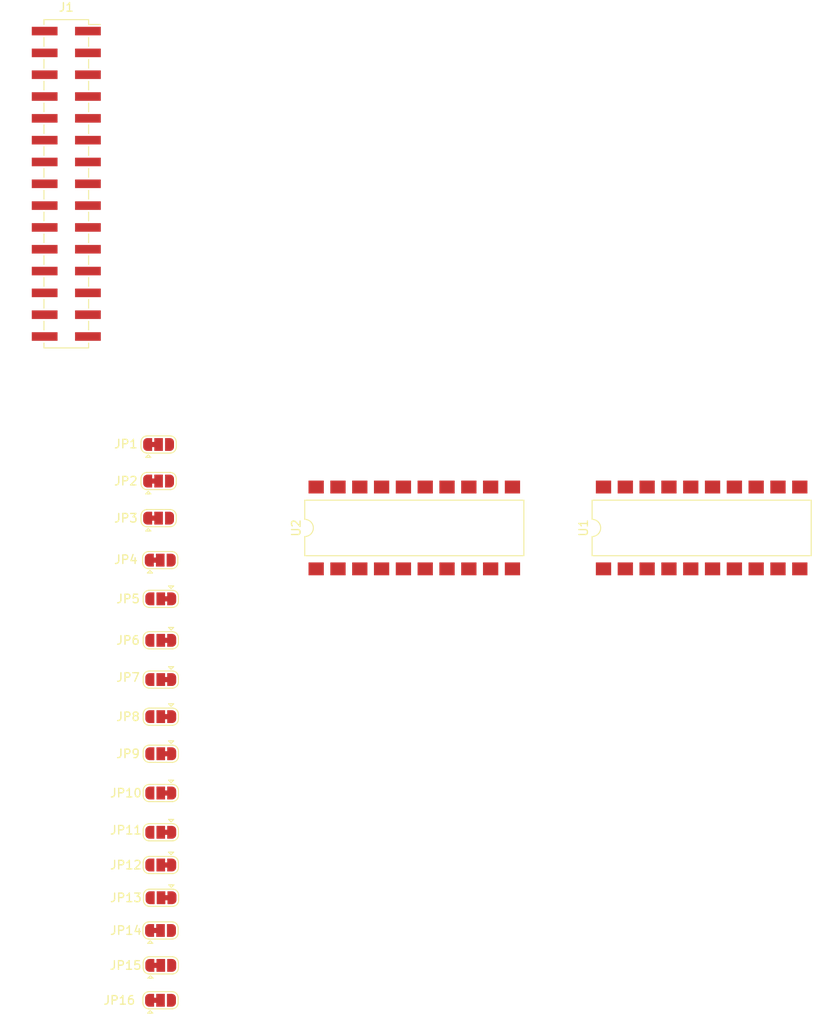
<source format=kicad_pcb>
(kicad_pcb (version 20171130) (host pcbnew "(5.1.10)-1")

  (general
    (thickness 1.6)
    (drawings 0)
    (tracks 0)
    (zones 0)
    (modules 19)
    (nets 39)
  )

  (page A4)
  (layers
    (0 F.Cu signal)
    (31 B.Cu signal)
    (32 B.Adhes user)
    (33 F.Adhes user)
    (34 B.Paste user)
    (35 F.Paste user)
    (36 B.SilkS user)
    (37 F.SilkS user)
    (38 B.Mask user)
    (39 F.Mask user)
    (40 Dwgs.User user)
    (41 Cmts.User user)
    (42 Eco1.User user)
    (43 Eco2.User user)
    (44 Edge.Cuts user)
    (45 Margin user)
    (46 B.CrtYd user)
    (47 F.CrtYd user)
    (48 B.Fab user)
    (49 F.Fab user)
  )

  (setup
    (last_trace_width 0.25)
    (trace_clearance 0.2)
    (zone_clearance 0.508)
    (zone_45_only no)
    (trace_min 0.2)
    (via_size 0.8)
    (via_drill 0.4)
    (via_min_size 0.4)
    (via_min_drill 0.3)
    (uvia_size 0.3)
    (uvia_drill 0.1)
    (uvias_allowed no)
    (uvia_min_size 0.2)
    (uvia_min_drill 0.1)
    (edge_width 0.1)
    (segment_width 0.2)
    (pcb_text_width 0.3)
    (pcb_text_size 1.5 1.5)
    (mod_edge_width 0.15)
    (mod_text_size 1 1)
    (mod_text_width 0.15)
    (pad_size 1.524 1.524)
    (pad_drill 0.762)
    (pad_to_mask_clearance 0)
    (aux_axis_origin 0 0)
    (visible_elements 7FFFFFFF)
    (pcbplotparams
      (layerselection 0x010fc_ffffffff)
      (usegerberextensions false)
      (usegerberattributes true)
      (usegerberadvancedattributes true)
      (creategerberjobfile true)
      (excludeedgelayer true)
      (linewidth 0.100000)
      (plotframeref false)
      (viasonmask false)
      (mode 1)
      (useauxorigin false)
      (hpglpennumber 1)
      (hpglpenspeed 20)
      (hpglpendiameter 15.000000)
      (psnegative false)
      (psa4output false)
      (plotreference true)
      (plotvalue true)
      (plotinvisibletext false)
      (padsonsilk false)
      (subtractmaskfromsilk false)
      (outputformat 1)
      (mirror false)
      (drillshape 1)
      (scaleselection 1)
      (outputdirectory ""))
  )

  (net 0 "")
  (net 1 ROMSEL)
  (net 2 R-W)
  (net 3 A0)
  (net 4 A1)
  (net 5 EXP3)
  (net 6 A2)
  (net 7 EXP1)
  (net 8 A3)
  (net 9 EXP8)
  (net 10 A4)
  (net 11 A5)
  (net 12 A6)
  (net 13 A7)
  (net 14 A14)
  (net 15 A8)
  (net 16 A13)
  (net 17 A9)
  (net 18 A12)
  (net 19 A10)
  (net 20 A11)
  (net 21 EN1)
  (net 22 M2)
  (net 23 R-Wq)
  (net 24 A2q)
  (net 25 A3q)
  (net 26 A4q)
  (net 27 A5q)
  (net 28 A6q)
  (net 29 A7q)
  (net 30 A8q)
  (net 31 A9q)
  (net 32 A10q)
  (net 33 A11q)
  (net 34 A12q)
  (net 35 A13q)
  (net 36 A14q)
  (net 37 ROMSELq)
  (net 38 M2q)

  (net_class Default "This is the default net class."
    (clearance 0.2)
    (trace_width 0.25)
    (via_dia 0.8)
    (via_drill 0.4)
    (uvia_dia 0.3)
    (uvia_drill 0.1)
    (add_net A0)
    (add_net A1)
    (add_net A10)
    (add_net A10q)
    (add_net A11)
    (add_net A11q)
    (add_net A12)
    (add_net A12q)
    (add_net A13)
    (add_net A13q)
    (add_net A14)
    (add_net A14q)
    (add_net A2)
    (add_net A2q)
    (add_net A3)
    (add_net A3q)
    (add_net A4)
    (add_net A4q)
    (add_net A5)
    (add_net A5q)
    (add_net A6)
    (add_net A6q)
    (add_net A7)
    (add_net A7q)
    (add_net A8)
    (add_net A8q)
    (add_net A9)
    (add_net A9q)
    (add_net EN1)
    (add_net EXP1)
    (add_net EXP3)
    (add_net EXP8)
    (add_net M2)
    (add_net M2q)
    (add_net "Net-(J1-Pad12)")
    (add_net "Net-(J1-Pad24)")
    (add_net "Net-(J1-Pad26)")
    (add_net "Net-(J1-Pad29)")
    (add_net "Net-(J1-Pad30)")
    (add_net R-W)
    (add_net R-Wq)
    (add_net ROMSEL)
    (add_net ROMSELq)
  )

  (module Package_DIP:SMDIP-20_W9.53mm_Clearance8mm (layer F.Cu) (tedit 5A02E8C5) (tstamp 62C62F0E)
    (at 86.9315 111.887 90)
    (descr "20-lead surface-mounted (SMD) DIP package, row spacing 9.53 mm (375 mils), Clearance8mm")
    (tags "SMD DIP DIL PDIP SMDIP 2.54mm 9.53mm 375mil Clearance8mm")
    (path /60A1313F)
    (attr smd)
    (fp_text reference U2 (at 0 -13.76 90) (layer F.SilkS)
      (effects (font (size 1 1) (thickness 0.15)))
    )
    (fp_text value 74HCT688 (at 0 13.76 90) (layer F.Fab)
      (effects (font (size 1 1) (thickness 0.15)))
    )
    (fp_text user %R (at 0 0 90) (layer F.Fab)
      (effects (font (size 1 1) (thickness 0.15)))
    )
    (fp_arc (start 0 -12.76) (end -1 -12.76) (angle -180) (layer F.SilkS) (width 0.12))
    (fp_line (start -2.175 -12.7) (end 3.175 -12.7) (layer F.Fab) (width 0.1))
    (fp_line (start 3.175 -12.7) (end 3.175 12.7) (layer F.Fab) (width 0.1))
    (fp_line (start 3.175 12.7) (end -3.175 12.7) (layer F.Fab) (width 0.1))
    (fp_line (start -3.175 12.7) (end -3.175 -11.7) (layer F.Fab) (width 0.1))
    (fp_line (start -3.175 -11.7) (end -2.175 -12.7) (layer F.Fab) (width 0.1))
    (fp_line (start -1 -12.76) (end -3.235 -12.76) (layer F.SilkS) (width 0.12))
    (fp_line (start -3.235 -12.76) (end -3.235 12.76) (layer F.SilkS) (width 0.12))
    (fp_line (start -3.235 12.76) (end 3.235 12.76) (layer F.SilkS) (width 0.12))
    (fp_line (start 3.235 12.76) (end 3.235 -12.76) (layer F.SilkS) (width 0.12))
    (fp_line (start 3.235 -12.76) (end 1 -12.76) (layer F.SilkS) (width 0.12))
    (fp_line (start -5.8 -12.95) (end -5.8 12.95) (layer F.CrtYd) (width 0.05))
    (fp_line (start -5.8 12.95) (end 5.8 12.95) (layer F.CrtYd) (width 0.05))
    (fp_line (start 5.8 12.95) (end 5.8 -12.95) (layer F.CrtYd) (width 0.05))
    (fp_line (start 5.8 -12.95) (end -5.8 -12.95) (layer F.CrtYd) (width 0.05))
    (pad 20 smd rect (at 4.765 -11.43 90) (size 1.5 1.78) (layers F.Cu F.Paste F.Mask)
      (net 9 EXP8))
    (pad 10 smd rect (at -4.765 11.43 90) (size 1.5 1.78) (layers F.Cu F.Paste F.Mask)
      (net 7 EXP1))
    (pad 19 smd rect (at 4.765 -8.89 90) (size 1.5 1.78) (layers F.Cu F.Paste F.Mask)
      (net 5 EXP3))
    (pad 9 smd rect (at -4.765 8.89 90) (size 1.5 1.78) (layers F.Cu F.Paste F.Mask)
      (net 35 A13q))
    (pad 18 smd rect (at 4.765 -6.35 90) (size 1.5 1.78) (layers F.Cu F.Paste F.Mask)
      (net 23 R-Wq))
    (pad 8 smd rect (at -4.765 6.35 90) (size 1.5 1.78) (layers F.Cu F.Paste F.Mask)
      (net 16 A13))
    (pad 17 smd rect (at 4.765 -3.81 90) (size 1.5 1.78) (layers F.Cu F.Paste F.Mask)
      (net 2 R-W))
    (pad 7 smd rect (at -4.765 3.81 90) (size 1.5 1.78) (layers F.Cu F.Paste F.Mask)
      (net 34 A12q))
    (pad 16 smd rect (at 4.765 -1.27 90) (size 1.5 1.78) (layers F.Cu F.Paste F.Mask)
      (net 38 M2q))
    (pad 6 smd rect (at -4.765 1.27 90) (size 1.5 1.78) (layers F.Cu F.Paste F.Mask)
      (net 18 A12))
    (pad 15 smd rect (at 4.765 1.27 90) (size 1.5 1.78) (layers F.Cu F.Paste F.Mask)
      (net 22 M2))
    (pad 5 smd rect (at -4.765 -1.27 90) (size 1.5 1.78) (layers F.Cu F.Paste F.Mask)
      (net 33 A11q))
    (pad 14 smd rect (at 4.765 3.81 90) (size 1.5 1.78) (layers F.Cu F.Paste F.Mask)
      (net 37 ROMSELq))
    (pad 4 smd rect (at -4.765 -3.81 90) (size 1.5 1.78) (layers F.Cu F.Paste F.Mask)
      (net 20 A11))
    (pad 13 smd rect (at 4.765 6.35 90) (size 1.5 1.78) (layers F.Cu F.Paste F.Mask)
      (net 1 ROMSEL))
    (pad 3 smd rect (at -4.765 -6.35 90) (size 1.5 1.78) (layers F.Cu F.Paste F.Mask)
      (net 32 A10q))
    (pad 12 smd rect (at 4.765 8.89 90) (size 1.5 1.78) (layers F.Cu F.Paste F.Mask)
      (net 36 A14q))
    (pad 2 smd rect (at -4.765 -8.89 90) (size 1.5 1.78) (layers F.Cu F.Paste F.Mask)
      (net 19 A10))
    (pad 11 smd rect (at 4.765 11.43 90) (size 1.5 1.78) (layers F.Cu F.Paste F.Mask)
      (net 14 A14))
    (pad 1 smd rect (at -4.765 -11.43 90) (size 1.5 1.78) (layers F.Cu F.Paste F.Mask)
      (net 21 EN1))
    (model ${KISYS3DMOD}/Package_DIP.3dshapes/SMDIP-20_W9.53mm.wrl
      (at (xyz 0 0 0))
      (scale (xyz 1 1 1))
      (rotate (xyz 0 0 0))
    )
  )

  (module Package_DIP:SMDIP-20_W9.53mm_Clearance8mm (layer F.Cu) (tedit 5A02E8C5) (tstamp 62C62D75)
    (at 120.396 111.887 90)
    (descr "20-lead surface-mounted (SMD) DIP package, row spacing 9.53 mm (375 mils), Clearance8mm")
    (tags "SMD DIP DIL PDIP SMDIP 2.54mm 9.53mm 375mil Clearance8mm")
    (path /60A12520)
    (attr smd)
    (fp_text reference U1 (at 0 -13.76 90) (layer F.SilkS)
      (effects (font (size 1 1) (thickness 0.15)))
    )
    (fp_text value 74HCT688 (at 0 13.76 90) (layer F.Fab)
      (effects (font (size 1 1) (thickness 0.15)))
    )
    (fp_text user %R (at 0 0 90) (layer F.Fab)
      (effects (font (size 1 1) (thickness 0.15)))
    )
    (fp_arc (start 0 -12.76) (end -1 -12.76) (angle -180) (layer F.SilkS) (width 0.12))
    (fp_line (start -2.175 -12.7) (end 3.175 -12.7) (layer F.Fab) (width 0.1))
    (fp_line (start 3.175 -12.7) (end 3.175 12.7) (layer F.Fab) (width 0.1))
    (fp_line (start 3.175 12.7) (end -3.175 12.7) (layer F.Fab) (width 0.1))
    (fp_line (start -3.175 12.7) (end -3.175 -11.7) (layer F.Fab) (width 0.1))
    (fp_line (start -3.175 -11.7) (end -2.175 -12.7) (layer F.Fab) (width 0.1))
    (fp_line (start -1 -12.76) (end -3.235 -12.76) (layer F.SilkS) (width 0.12))
    (fp_line (start -3.235 -12.76) (end -3.235 12.76) (layer F.SilkS) (width 0.12))
    (fp_line (start -3.235 12.76) (end 3.235 12.76) (layer F.SilkS) (width 0.12))
    (fp_line (start 3.235 12.76) (end 3.235 -12.76) (layer F.SilkS) (width 0.12))
    (fp_line (start 3.235 -12.76) (end 1 -12.76) (layer F.SilkS) (width 0.12))
    (fp_line (start -5.8 -12.95) (end -5.8 12.95) (layer F.CrtYd) (width 0.05))
    (fp_line (start -5.8 12.95) (end 5.8 12.95) (layer F.CrtYd) (width 0.05))
    (fp_line (start 5.8 12.95) (end 5.8 -12.95) (layer F.CrtYd) (width 0.05))
    (fp_line (start 5.8 -12.95) (end -5.8 -12.95) (layer F.CrtYd) (width 0.05))
    (pad 20 smd rect (at 4.765 -11.43 90) (size 1.5 1.78) (layers F.Cu F.Paste F.Mask)
      (net 9 EXP8))
    (pad 10 smd rect (at -4.765 11.43 90) (size 1.5 1.78) (layers F.Cu F.Paste F.Mask)
      (net 7 EXP1))
    (pad 19 smd rect (at 4.765 -8.89 90) (size 1.5 1.78) (layers F.Cu F.Paste F.Mask)
      (net 21 EN1))
    (pad 9 smd rect (at -4.765 8.89 90) (size 1.5 1.78) (layers F.Cu F.Paste F.Mask)
      (net 27 A5q))
    (pad 18 smd rect (at 4.765 -6.35 90) (size 1.5 1.78) (layers F.Cu F.Paste F.Mask)
      (net 31 A9q))
    (pad 8 smd rect (at -4.765 6.35 90) (size 1.5 1.78) (layers F.Cu F.Paste F.Mask)
      (net 11 A5))
    (pad 17 smd rect (at 4.765 -3.81 90) (size 1.5 1.78) (layers F.Cu F.Paste F.Mask)
      (net 17 A9))
    (pad 7 smd rect (at -4.765 3.81 90) (size 1.5 1.78) (layers F.Cu F.Paste F.Mask)
      (net 26 A4q))
    (pad 16 smd rect (at 4.765 -1.27 90) (size 1.5 1.78) (layers F.Cu F.Paste F.Mask)
      (net 30 A8q))
    (pad 6 smd rect (at -4.765 1.27 90) (size 1.5 1.78) (layers F.Cu F.Paste F.Mask)
      (net 10 A4))
    (pad 15 smd rect (at 4.765 1.27 90) (size 1.5 1.78) (layers F.Cu F.Paste F.Mask)
      (net 15 A8))
    (pad 5 smd rect (at -4.765 -1.27 90) (size 1.5 1.78) (layers F.Cu F.Paste F.Mask)
      (net 25 A3q))
    (pad 14 smd rect (at 4.765 3.81 90) (size 1.5 1.78) (layers F.Cu F.Paste F.Mask)
      (net 29 A7q))
    (pad 4 smd rect (at -4.765 -3.81 90) (size 1.5 1.78) (layers F.Cu F.Paste F.Mask)
      (net 8 A3))
    (pad 13 smd rect (at 4.765 6.35 90) (size 1.5 1.78) (layers F.Cu F.Paste F.Mask)
      (net 13 A7))
    (pad 3 smd rect (at -4.765 -6.35 90) (size 1.5 1.78) (layers F.Cu F.Paste F.Mask)
      (net 24 A2q))
    (pad 12 smd rect (at 4.765 8.89 90) (size 1.5 1.78) (layers F.Cu F.Paste F.Mask)
      (net 28 A6q))
    (pad 2 smd rect (at -4.765 -8.89 90) (size 1.5 1.78) (layers F.Cu F.Paste F.Mask)
      (net 6 A2))
    (pad 11 smd rect (at 4.765 11.43 90) (size 1.5 1.78) (layers F.Cu F.Paste F.Mask)
      (net 12 A6))
    (pad 1 smd rect (at -4.765 -11.43 90) (size 1.5 1.78) (layers F.Cu F.Paste F.Mask)
      (net 7 EXP1))
    (model ${KISYS3DMOD}/Package_DIP.3dshapes/SMDIP-20_W9.53mm.wrl
      (at (xyz 0 0 0))
      (scale (xyz 1 1 1))
      (rotate (xyz 0 0 0))
    )
  )

  (module Jumper:SolderJumper-3_P1.3mm_Bridged12_RoundedPad1.0x1.5mm (layer F.Cu) (tedit 5C745321) (tstamp 62C61EB7)
    (at 57.374 166.878)
    (descr "SMD Solder 3-pad Jumper, 1x1.5mm rounded Pads, 0.3mm gap, pads 1-2 bridged with 1 copper strip")
    (tags "solder jumper open")
    (path /62C87449)
    (attr virtual)
    (fp_text reference JP16 (at -4.796 0) (layer F.SilkS)
      (effects (font (size 1 1) (thickness 0.15)))
    )
    (fp_text value SJ1 (at 0 1.9) (layer F.Fab)
      (effects (font (size 1 1) (thickness 0.15)))
    )
    (fp_arc (start -1.35 -0.3) (end -1.35 -1) (angle -90) (layer F.SilkS) (width 0.12))
    (fp_arc (start -1.35 0.3) (end -2.05 0.3) (angle -90) (layer F.SilkS) (width 0.12))
    (fp_arc (start 1.35 0.3) (end 1.35 1) (angle -90) (layer F.SilkS) (width 0.12))
    (fp_arc (start 1.35 -0.3) (end 2.05 -0.3) (angle -90) (layer F.SilkS) (width 0.12))
    (fp_line (start -1.2 1.2) (end -0.9 1.5) (layer F.SilkS) (width 0.12))
    (fp_line (start -1.5 1.5) (end -0.9 1.5) (layer F.SilkS) (width 0.12))
    (fp_line (start -1.2 1.2) (end -1.5 1.5) (layer F.SilkS) (width 0.12))
    (fp_line (start -2.05 0.3) (end -2.05 -0.3) (layer F.SilkS) (width 0.12))
    (fp_line (start 1.4 1) (end -1.4 1) (layer F.SilkS) (width 0.12))
    (fp_line (start 2.05 -0.3) (end 2.05 0.3) (layer F.SilkS) (width 0.12))
    (fp_line (start -1.4 -1) (end 1.4 -1) (layer F.SilkS) (width 0.12))
    (fp_line (start -2.3 -1.25) (end 2.3 -1.25) (layer F.CrtYd) (width 0.05))
    (fp_line (start -2.3 -1.25) (end -2.3 1.25) (layer F.CrtYd) (width 0.05))
    (fp_line (start 2.3 1.25) (end 2.3 -1.25) (layer F.CrtYd) (width 0.05))
    (fp_line (start 2.3 1.25) (end -2.3 1.25) (layer F.CrtYd) (width 0.05))
    (fp_poly (pts (xy -0.9 -0.3) (xy -0.4 -0.3) (xy -0.4 0.3) (xy -0.9 0.3)) (layer F.Cu) (width 0))
    (pad 1 smd custom (at -1.3 0) (size 1 0.5) (layers F.Cu F.Mask)
      (net 9 EXP8) (zone_connect 2)
      (options (clearance outline) (anchor rect))
      (primitives
        (gr_circle (center 0 0.25) (end 0.5 0.25) (width 0))
        (gr_circle (center 0 -0.25) (end 0.5 -0.25) (width 0))
        (gr_poly (pts
           (xy 0.55 -0.75) (xy 0 -0.75) (xy 0 0.75) (xy 0.55 0.75)) (width 0))
      ))
    (pad 2 smd rect (at 0 0) (size 1 1.5) (layers F.Cu F.Mask)
      (net 38 M2q))
    (pad 3 smd custom (at 1.3 0) (size 1 0.5) (layers F.Cu F.Mask)
      (net 7 EXP1) (zone_connect 2)
      (options (clearance outline) (anchor rect))
      (primitives
        (gr_circle (center 0 0.25) (end 0.5 0.25) (width 0))
        (gr_circle (center 0 -0.25) (end 0.5 -0.25) (width 0))
        (gr_poly (pts
           (xy -0.55 -0.75) (xy 0 -0.75) (xy 0 0.75) (xy -0.55 0.75)) (width 0))
      ))
  )

  (module Jumper:SolderJumper-3_P1.3mm_Bridged12_RoundedPad1.0x1.5mm (layer F.Cu) (tedit 5C745321) (tstamp 62C61EA0)
    (at 57.404 162.814)
    (descr "SMD Solder 3-pad Jumper, 1x1.5mm rounded Pads, 0.3mm gap, pads 1-2 bridged with 1 copper strip")
    (tags "solder jumper open")
    (path /62C86C12)
    (attr virtual)
    (fp_text reference JP15 (at -4.094 0) (layer F.SilkS)
      (effects (font (size 1 1) (thickness 0.15)))
    )
    (fp_text value SJ1 (at 0 1.9) (layer F.Fab)
      (effects (font (size 1 1) (thickness 0.15)))
    )
    (fp_arc (start -1.35 -0.3) (end -1.35 -1) (angle -90) (layer F.SilkS) (width 0.12))
    (fp_arc (start -1.35 0.3) (end -2.05 0.3) (angle -90) (layer F.SilkS) (width 0.12))
    (fp_arc (start 1.35 0.3) (end 1.35 1) (angle -90) (layer F.SilkS) (width 0.12))
    (fp_arc (start 1.35 -0.3) (end 2.05 -0.3) (angle -90) (layer F.SilkS) (width 0.12))
    (fp_line (start -1.2 1.2) (end -0.9 1.5) (layer F.SilkS) (width 0.12))
    (fp_line (start -1.5 1.5) (end -0.9 1.5) (layer F.SilkS) (width 0.12))
    (fp_line (start -1.2 1.2) (end -1.5 1.5) (layer F.SilkS) (width 0.12))
    (fp_line (start -2.05 0.3) (end -2.05 -0.3) (layer F.SilkS) (width 0.12))
    (fp_line (start 1.4 1) (end -1.4 1) (layer F.SilkS) (width 0.12))
    (fp_line (start 2.05 -0.3) (end 2.05 0.3) (layer F.SilkS) (width 0.12))
    (fp_line (start -1.4 -1) (end 1.4 -1) (layer F.SilkS) (width 0.12))
    (fp_line (start -2.3 -1.25) (end 2.3 -1.25) (layer F.CrtYd) (width 0.05))
    (fp_line (start -2.3 -1.25) (end -2.3 1.25) (layer F.CrtYd) (width 0.05))
    (fp_line (start 2.3 1.25) (end 2.3 -1.25) (layer F.CrtYd) (width 0.05))
    (fp_line (start 2.3 1.25) (end -2.3 1.25) (layer F.CrtYd) (width 0.05))
    (fp_poly (pts (xy -0.9 -0.3) (xy -0.4 -0.3) (xy -0.4 0.3) (xy -0.9 0.3)) (layer F.Cu) (width 0))
    (pad 1 smd custom (at -1.3 0) (size 1 0.5) (layers F.Cu F.Mask)
      (net 9 EXP8) (zone_connect 2)
      (options (clearance outline) (anchor rect))
      (primitives
        (gr_circle (center 0 0.25) (end 0.5 0.25) (width 0))
        (gr_circle (center 0 -0.25) (end 0.5 -0.25) (width 0))
        (gr_poly (pts
           (xy 0.55 -0.75) (xy 0 -0.75) (xy 0 0.75) (xy 0.55 0.75)) (width 0))
      ))
    (pad 2 smd rect (at 0 0) (size 1 1.5) (layers F.Cu F.Mask)
      (net 37 ROMSELq))
    (pad 3 smd custom (at 1.3 0) (size 1 0.5) (layers F.Cu F.Mask)
      (net 7 EXP1) (zone_connect 2)
      (options (clearance outline) (anchor rect))
      (primitives
        (gr_circle (center 0 0.25) (end 0.5 0.25) (width 0))
        (gr_circle (center 0 -0.25) (end 0.5 -0.25) (width 0))
        (gr_poly (pts
           (xy -0.55 -0.75) (xy 0 -0.75) (xy 0 0.75) (xy -0.55 0.75)) (width 0))
      ))
  )

  (module Jumper:SolderJumper-3_P1.3mm_Bridged12_RoundedPad1.0x1.5mm (layer F.Cu) (tedit 5C745321) (tstamp 62C61E89)
    (at 57.374 158.75)
    (descr "SMD Solder 3-pad Jumper, 1x1.5mm rounded Pads, 0.3mm gap, pads 1-2 bridged with 1 copper strip")
    (tags "solder jumper open")
    (path /62C866A7)
    (attr virtual)
    (fp_text reference JP14 (at -4.034 0) (layer F.SilkS)
      (effects (font (size 1 1) (thickness 0.15)))
    )
    (fp_text value SJ1 (at 0 1.9) (layer F.Fab)
      (effects (font (size 1 1) (thickness 0.15)))
    )
    (fp_arc (start -1.35 -0.3) (end -1.35 -1) (angle -90) (layer F.SilkS) (width 0.12))
    (fp_arc (start -1.35 0.3) (end -2.05 0.3) (angle -90) (layer F.SilkS) (width 0.12))
    (fp_arc (start 1.35 0.3) (end 1.35 1) (angle -90) (layer F.SilkS) (width 0.12))
    (fp_arc (start 1.35 -0.3) (end 2.05 -0.3) (angle -90) (layer F.SilkS) (width 0.12))
    (fp_line (start -1.2 1.2) (end -0.9 1.5) (layer F.SilkS) (width 0.12))
    (fp_line (start -1.5 1.5) (end -0.9 1.5) (layer F.SilkS) (width 0.12))
    (fp_line (start -1.2 1.2) (end -1.5 1.5) (layer F.SilkS) (width 0.12))
    (fp_line (start -2.05 0.3) (end -2.05 -0.3) (layer F.SilkS) (width 0.12))
    (fp_line (start 1.4 1) (end -1.4 1) (layer F.SilkS) (width 0.12))
    (fp_line (start 2.05 -0.3) (end 2.05 0.3) (layer F.SilkS) (width 0.12))
    (fp_line (start -1.4 -1) (end 1.4 -1) (layer F.SilkS) (width 0.12))
    (fp_line (start -2.3 -1.25) (end 2.3 -1.25) (layer F.CrtYd) (width 0.05))
    (fp_line (start -2.3 -1.25) (end -2.3 1.25) (layer F.CrtYd) (width 0.05))
    (fp_line (start 2.3 1.25) (end 2.3 -1.25) (layer F.CrtYd) (width 0.05))
    (fp_line (start 2.3 1.25) (end -2.3 1.25) (layer F.CrtYd) (width 0.05))
    (fp_poly (pts (xy -0.9 -0.3) (xy -0.4 -0.3) (xy -0.4 0.3) (xy -0.9 0.3)) (layer F.Cu) (width 0))
    (pad 1 smd custom (at -1.3 0) (size 1 0.5) (layers F.Cu F.Mask)
      (net 9 EXP8) (zone_connect 2)
      (options (clearance outline) (anchor rect))
      (primitives
        (gr_circle (center 0 0.25) (end 0.5 0.25) (width 0))
        (gr_circle (center 0 -0.25) (end 0.5 -0.25) (width 0))
        (gr_poly (pts
           (xy 0.55 -0.75) (xy 0 -0.75) (xy 0 0.75) (xy 0.55 0.75)) (width 0))
      ))
    (pad 2 smd rect (at 0 0) (size 1 1.5) (layers F.Cu F.Mask)
      (net 36 A14q))
    (pad 3 smd custom (at 1.3 0) (size 1 0.5) (layers F.Cu F.Mask)
      (net 7 EXP1) (zone_connect 2)
      (options (clearance outline) (anchor rect))
      (primitives
        (gr_circle (center 0 0.25) (end 0.5 0.25) (width 0))
        (gr_circle (center 0 -0.25) (end 0.5 -0.25) (width 0))
        (gr_poly (pts
           (xy -0.55 -0.75) (xy 0 -0.75) (xy 0 0.75) (xy -0.55 0.75)) (width 0))
      ))
  )

  (module Jumper:SolderJumper-3_P1.3mm_Bridged12_RoundedPad1.0x1.5mm (layer F.Cu) (tedit 5C745321) (tstamp 62C61E72)
    (at 57.434 154.94 180)
    (descr "SMD Solder 3-pad Jumper, 1x1.5mm rounded Pads, 0.3mm gap, pads 1-2 bridged with 1 copper strip")
    (tags "solder jumper open")
    (path /62C85F8B)
    (attr virtual)
    (fp_text reference JP13 (at 4.094 0) (layer F.SilkS)
      (effects (font (size 1 1) (thickness 0.15)))
    )
    (fp_text value SJ1 (at 0 1.9) (layer F.Fab)
      (effects (font (size 1 1) (thickness 0.15)))
    )
    (fp_arc (start -1.35 -0.3) (end -1.35 -1) (angle -90) (layer F.SilkS) (width 0.12))
    (fp_arc (start -1.35 0.3) (end -2.05 0.3) (angle -90) (layer F.SilkS) (width 0.12))
    (fp_arc (start 1.35 0.3) (end 1.35 1) (angle -90) (layer F.SilkS) (width 0.12))
    (fp_arc (start 1.35 -0.3) (end 2.05 -0.3) (angle -90) (layer F.SilkS) (width 0.12))
    (fp_line (start -1.2 1.2) (end -0.9 1.5) (layer F.SilkS) (width 0.12))
    (fp_line (start -1.5 1.5) (end -0.9 1.5) (layer F.SilkS) (width 0.12))
    (fp_line (start -1.2 1.2) (end -1.5 1.5) (layer F.SilkS) (width 0.12))
    (fp_line (start -2.05 0.3) (end -2.05 -0.3) (layer F.SilkS) (width 0.12))
    (fp_line (start 1.4 1) (end -1.4 1) (layer F.SilkS) (width 0.12))
    (fp_line (start 2.05 -0.3) (end 2.05 0.3) (layer F.SilkS) (width 0.12))
    (fp_line (start -1.4 -1) (end 1.4 -1) (layer F.SilkS) (width 0.12))
    (fp_line (start -2.3 -1.25) (end 2.3 -1.25) (layer F.CrtYd) (width 0.05))
    (fp_line (start -2.3 -1.25) (end -2.3 1.25) (layer F.CrtYd) (width 0.05))
    (fp_line (start 2.3 1.25) (end 2.3 -1.25) (layer F.CrtYd) (width 0.05))
    (fp_line (start 2.3 1.25) (end -2.3 1.25) (layer F.CrtYd) (width 0.05))
    (fp_poly (pts (xy -0.9 -0.3) (xy -0.4 -0.3) (xy -0.4 0.3) (xy -0.9 0.3)) (layer F.Cu) (width 0))
    (pad 1 smd custom (at -1.3 0 180) (size 1 0.5) (layers F.Cu F.Mask)
      (net 7 EXP1) (zone_connect 2)
      (options (clearance outline) (anchor rect))
      (primitives
        (gr_circle (center 0 0.25) (end 0.5 0.25) (width 0))
        (gr_circle (center 0 -0.25) (end 0.5 -0.25) (width 0))
        (gr_poly (pts
           (xy 0.55 -0.75) (xy 0 -0.75) (xy 0 0.75) (xy 0.55 0.75)) (width 0))
      ))
    (pad 2 smd rect (at 0 0 180) (size 1 1.5) (layers F.Cu F.Mask)
      (net 35 A13q))
    (pad 3 smd custom (at 1.3 0 180) (size 1 0.5) (layers F.Cu F.Mask)
      (net 9 EXP8) (zone_connect 2)
      (options (clearance outline) (anchor rect))
      (primitives
        (gr_circle (center 0 0.25) (end 0.5 0.25) (width 0))
        (gr_circle (center 0 -0.25) (end 0.5 -0.25) (width 0))
        (gr_poly (pts
           (xy -0.55 -0.75) (xy 0 -0.75) (xy 0 0.75) (xy -0.55 0.75)) (width 0))
      ))
  )

  (module Jumper:SolderJumper-3_P1.3mm_Bridged12_RoundedPad1.0x1.5mm (layer F.Cu) (tedit 5C745321) (tstamp 62C61E5B)
    (at 57.404 151.13 180)
    (descr "SMD Solder 3-pad Jumper, 1x1.5mm rounded Pads, 0.3mm gap, pads 1-2 bridged with 1 copper strip")
    (tags "solder jumper open")
    (path /62C858E1)
    (attr virtual)
    (fp_text reference JP12 (at 4.064 0) (layer F.SilkS)
      (effects (font (size 1 1) (thickness 0.15)))
    )
    (fp_text value SJ1 (at 0 1.9) (layer F.Fab)
      (effects (font (size 1 1) (thickness 0.15)))
    )
    (fp_arc (start -1.35 -0.3) (end -1.35 -1) (angle -90) (layer F.SilkS) (width 0.12))
    (fp_arc (start -1.35 0.3) (end -2.05 0.3) (angle -90) (layer F.SilkS) (width 0.12))
    (fp_arc (start 1.35 0.3) (end 1.35 1) (angle -90) (layer F.SilkS) (width 0.12))
    (fp_arc (start 1.35 -0.3) (end 2.05 -0.3) (angle -90) (layer F.SilkS) (width 0.12))
    (fp_line (start -1.2 1.2) (end -0.9 1.5) (layer F.SilkS) (width 0.12))
    (fp_line (start -1.5 1.5) (end -0.9 1.5) (layer F.SilkS) (width 0.12))
    (fp_line (start -1.2 1.2) (end -1.5 1.5) (layer F.SilkS) (width 0.12))
    (fp_line (start -2.05 0.3) (end -2.05 -0.3) (layer F.SilkS) (width 0.12))
    (fp_line (start 1.4 1) (end -1.4 1) (layer F.SilkS) (width 0.12))
    (fp_line (start 2.05 -0.3) (end 2.05 0.3) (layer F.SilkS) (width 0.12))
    (fp_line (start -1.4 -1) (end 1.4 -1) (layer F.SilkS) (width 0.12))
    (fp_line (start -2.3 -1.25) (end 2.3 -1.25) (layer F.CrtYd) (width 0.05))
    (fp_line (start -2.3 -1.25) (end -2.3 1.25) (layer F.CrtYd) (width 0.05))
    (fp_line (start 2.3 1.25) (end 2.3 -1.25) (layer F.CrtYd) (width 0.05))
    (fp_line (start 2.3 1.25) (end -2.3 1.25) (layer F.CrtYd) (width 0.05))
    (fp_poly (pts (xy -0.9 -0.3) (xy -0.4 -0.3) (xy -0.4 0.3) (xy -0.9 0.3)) (layer F.Cu) (width 0))
    (pad 1 smd custom (at -1.3 0 180) (size 1 0.5) (layers F.Cu F.Mask)
      (net 7 EXP1) (zone_connect 2)
      (options (clearance outline) (anchor rect))
      (primitives
        (gr_circle (center 0 0.25) (end 0.5 0.25) (width 0))
        (gr_circle (center 0 -0.25) (end 0.5 -0.25) (width 0))
        (gr_poly (pts
           (xy 0.55 -0.75) (xy 0 -0.75) (xy 0 0.75) (xy 0.55 0.75)) (width 0))
      ))
    (pad 2 smd rect (at 0 0 180) (size 1 1.5) (layers F.Cu F.Mask)
      (net 34 A12q))
    (pad 3 smd custom (at 1.3 0 180) (size 1 0.5) (layers F.Cu F.Mask)
      (net 9 EXP8) (zone_connect 2)
      (options (clearance outline) (anchor rect))
      (primitives
        (gr_circle (center 0 0.25) (end 0.5 0.25) (width 0))
        (gr_circle (center 0 -0.25) (end 0.5 -0.25) (width 0))
        (gr_poly (pts
           (xy -0.55 -0.75) (xy 0 -0.75) (xy 0 0.75) (xy -0.55 0.75)) (width 0))
      ))
  )

  (module Jumper:SolderJumper-3_P1.3mm_Bridged12_RoundedPad1.0x1.5mm (layer F.Cu) (tedit 5C745321) (tstamp 62C61E44)
    (at 57.404 147.32 180)
    (descr "SMD Solder 3-pad Jumper, 1x1.5mm rounded Pads, 0.3mm gap, pads 1-2 bridged with 1 copper strip")
    (tags "solder jumper open")
    (path /62C85283)
    (attr virtual)
    (fp_text reference JP11 (at 4.064 0.254) (layer F.SilkS)
      (effects (font (size 1 1) (thickness 0.15)))
    )
    (fp_text value SJ1 (at 0 1.9) (layer F.Fab)
      (effects (font (size 1 1) (thickness 0.15)))
    )
    (fp_arc (start -1.35 -0.3) (end -1.35 -1) (angle -90) (layer F.SilkS) (width 0.12))
    (fp_arc (start -1.35 0.3) (end -2.05 0.3) (angle -90) (layer F.SilkS) (width 0.12))
    (fp_arc (start 1.35 0.3) (end 1.35 1) (angle -90) (layer F.SilkS) (width 0.12))
    (fp_arc (start 1.35 -0.3) (end 2.05 -0.3) (angle -90) (layer F.SilkS) (width 0.12))
    (fp_line (start -1.2 1.2) (end -0.9 1.5) (layer F.SilkS) (width 0.12))
    (fp_line (start -1.5 1.5) (end -0.9 1.5) (layer F.SilkS) (width 0.12))
    (fp_line (start -1.2 1.2) (end -1.5 1.5) (layer F.SilkS) (width 0.12))
    (fp_line (start -2.05 0.3) (end -2.05 -0.3) (layer F.SilkS) (width 0.12))
    (fp_line (start 1.4 1) (end -1.4 1) (layer F.SilkS) (width 0.12))
    (fp_line (start 2.05 -0.3) (end 2.05 0.3) (layer F.SilkS) (width 0.12))
    (fp_line (start -1.4 -1) (end 1.4 -1) (layer F.SilkS) (width 0.12))
    (fp_line (start -2.3 -1.25) (end 2.3 -1.25) (layer F.CrtYd) (width 0.05))
    (fp_line (start -2.3 -1.25) (end -2.3 1.25) (layer F.CrtYd) (width 0.05))
    (fp_line (start 2.3 1.25) (end 2.3 -1.25) (layer F.CrtYd) (width 0.05))
    (fp_line (start 2.3 1.25) (end -2.3 1.25) (layer F.CrtYd) (width 0.05))
    (fp_poly (pts (xy -0.9 -0.3) (xy -0.4 -0.3) (xy -0.4 0.3) (xy -0.9 0.3)) (layer F.Cu) (width 0))
    (pad 1 smd custom (at -1.3 0 180) (size 1 0.5) (layers F.Cu F.Mask)
      (net 7 EXP1) (zone_connect 2)
      (options (clearance outline) (anchor rect))
      (primitives
        (gr_circle (center 0 0.25) (end 0.5 0.25) (width 0))
        (gr_circle (center 0 -0.25) (end 0.5 -0.25) (width 0))
        (gr_poly (pts
           (xy 0.55 -0.75) (xy 0 -0.75) (xy 0 0.75) (xy 0.55 0.75)) (width 0))
      ))
    (pad 2 smd rect (at 0 0 180) (size 1 1.5) (layers F.Cu F.Mask)
      (net 33 A11q))
    (pad 3 smd custom (at 1.3 0 180) (size 1 0.5) (layers F.Cu F.Mask)
      (net 9 EXP8) (zone_connect 2)
      (options (clearance outline) (anchor rect))
      (primitives
        (gr_circle (center 0 0.25) (end 0.5 0.25) (width 0))
        (gr_circle (center 0 -0.25) (end 0.5 -0.25) (width 0))
        (gr_poly (pts
           (xy -0.55 -0.75) (xy 0 -0.75) (xy 0 0.75) (xy -0.55 0.75)) (width 0))
      ))
  )

  (module Jumper:SolderJumper-3_P1.3mm_Bridged12_RoundedPad1.0x1.5mm (layer F.Cu) (tedit 5C745321) (tstamp 62C61E2D)
    (at 57.404 142.748 180)
    (descr "SMD Solder 3-pad Jumper, 1x1.5mm rounded Pads, 0.3mm gap, pads 1-2 bridged with 1 copper strip")
    (tags "solder jumper open")
    (path /62C84C7E)
    (attr virtual)
    (fp_text reference JP10 (at 4.064 0) (layer F.SilkS)
      (effects (font (size 1 1) (thickness 0.15)))
    )
    (fp_text value SJ1 (at 0 1.9) (layer F.Fab)
      (effects (font (size 1 1) (thickness 0.15)))
    )
    (fp_arc (start -1.35 -0.3) (end -1.35 -1) (angle -90) (layer F.SilkS) (width 0.12))
    (fp_arc (start -1.35 0.3) (end -2.05 0.3) (angle -90) (layer F.SilkS) (width 0.12))
    (fp_arc (start 1.35 0.3) (end 1.35 1) (angle -90) (layer F.SilkS) (width 0.12))
    (fp_arc (start 1.35 -0.3) (end 2.05 -0.3) (angle -90) (layer F.SilkS) (width 0.12))
    (fp_line (start -1.2 1.2) (end -0.9 1.5) (layer F.SilkS) (width 0.12))
    (fp_line (start -1.5 1.5) (end -0.9 1.5) (layer F.SilkS) (width 0.12))
    (fp_line (start -1.2 1.2) (end -1.5 1.5) (layer F.SilkS) (width 0.12))
    (fp_line (start -2.05 0.3) (end -2.05 -0.3) (layer F.SilkS) (width 0.12))
    (fp_line (start 1.4 1) (end -1.4 1) (layer F.SilkS) (width 0.12))
    (fp_line (start 2.05 -0.3) (end 2.05 0.3) (layer F.SilkS) (width 0.12))
    (fp_line (start -1.4 -1) (end 1.4 -1) (layer F.SilkS) (width 0.12))
    (fp_line (start -2.3 -1.25) (end 2.3 -1.25) (layer F.CrtYd) (width 0.05))
    (fp_line (start -2.3 -1.25) (end -2.3 1.25) (layer F.CrtYd) (width 0.05))
    (fp_line (start 2.3 1.25) (end 2.3 -1.25) (layer F.CrtYd) (width 0.05))
    (fp_line (start 2.3 1.25) (end -2.3 1.25) (layer F.CrtYd) (width 0.05))
    (fp_poly (pts (xy -0.9 -0.3) (xy -0.4 -0.3) (xy -0.4 0.3) (xy -0.9 0.3)) (layer F.Cu) (width 0))
    (pad 1 smd custom (at -1.3 0 180) (size 1 0.5) (layers F.Cu F.Mask)
      (net 7 EXP1) (zone_connect 2)
      (options (clearance outline) (anchor rect))
      (primitives
        (gr_circle (center 0 0.25) (end 0.5 0.25) (width 0))
        (gr_circle (center 0 -0.25) (end 0.5 -0.25) (width 0))
        (gr_poly (pts
           (xy 0.55 -0.75) (xy 0 -0.75) (xy 0 0.75) (xy 0.55 0.75)) (width 0))
      ))
    (pad 2 smd rect (at 0 0 180) (size 1 1.5) (layers F.Cu F.Mask)
      (net 32 A10q))
    (pad 3 smd custom (at 1.3 0 180) (size 1 0.5) (layers F.Cu F.Mask)
      (net 9 EXP8) (zone_connect 2)
      (options (clearance outline) (anchor rect))
      (primitives
        (gr_circle (center 0 0.25) (end 0.5 0.25) (width 0))
        (gr_circle (center 0 -0.25) (end 0.5 -0.25) (width 0))
        (gr_poly (pts
           (xy -0.55 -0.75) (xy 0 -0.75) (xy 0 0.75) (xy -0.55 0.75)) (width 0))
      ))
  )

  (module Jumper:SolderJumper-3_P1.3mm_Bridged12_RoundedPad1.0x1.5mm (layer F.Cu) (tedit 5C745321) (tstamp 62C61E16)
    (at 57.404 138.176 180)
    (descr "SMD Solder 3-pad Jumper, 1x1.5mm rounded Pads, 0.3mm gap, pads 1-2 bridged with 1 copper strip")
    (tags "solder jumper open")
    (path /62C8453F)
    (attr virtual)
    (fp_text reference JP9 (at 3.81 0) (layer F.SilkS)
      (effects (font (size 1 1) (thickness 0.15)))
    )
    (fp_text value SJ1 (at 0 1.9) (layer F.Fab)
      (effects (font (size 1 1) (thickness 0.15)))
    )
    (fp_arc (start -1.35 -0.3) (end -1.35 -1) (angle -90) (layer F.SilkS) (width 0.12))
    (fp_arc (start -1.35 0.3) (end -2.05 0.3) (angle -90) (layer F.SilkS) (width 0.12))
    (fp_arc (start 1.35 0.3) (end 1.35 1) (angle -90) (layer F.SilkS) (width 0.12))
    (fp_arc (start 1.35 -0.3) (end 2.05 -0.3) (angle -90) (layer F.SilkS) (width 0.12))
    (fp_line (start -1.2 1.2) (end -0.9 1.5) (layer F.SilkS) (width 0.12))
    (fp_line (start -1.5 1.5) (end -0.9 1.5) (layer F.SilkS) (width 0.12))
    (fp_line (start -1.2 1.2) (end -1.5 1.5) (layer F.SilkS) (width 0.12))
    (fp_line (start -2.05 0.3) (end -2.05 -0.3) (layer F.SilkS) (width 0.12))
    (fp_line (start 1.4 1) (end -1.4 1) (layer F.SilkS) (width 0.12))
    (fp_line (start 2.05 -0.3) (end 2.05 0.3) (layer F.SilkS) (width 0.12))
    (fp_line (start -1.4 -1) (end 1.4 -1) (layer F.SilkS) (width 0.12))
    (fp_line (start -2.3 -1.25) (end 2.3 -1.25) (layer F.CrtYd) (width 0.05))
    (fp_line (start -2.3 -1.25) (end -2.3 1.25) (layer F.CrtYd) (width 0.05))
    (fp_line (start 2.3 1.25) (end 2.3 -1.25) (layer F.CrtYd) (width 0.05))
    (fp_line (start 2.3 1.25) (end -2.3 1.25) (layer F.CrtYd) (width 0.05))
    (fp_poly (pts (xy -0.9 -0.3) (xy -0.4 -0.3) (xy -0.4 0.3) (xy -0.9 0.3)) (layer F.Cu) (width 0))
    (pad 1 smd custom (at -1.3 0 180) (size 1 0.5) (layers F.Cu F.Mask)
      (net 7 EXP1) (zone_connect 2)
      (options (clearance outline) (anchor rect))
      (primitives
        (gr_circle (center 0 0.25) (end 0.5 0.25) (width 0))
        (gr_circle (center 0 -0.25) (end 0.5 -0.25) (width 0))
        (gr_poly (pts
           (xy 0.55 -0.75) (xy 0 -0.75) (xy 0 0.75) (xy 0.55 0.75)) (width 0))
      ))
    (pad 2 smd rect (at 0 0 180) (size 1 1.5) (layers F.Cu F.Mask)
      (net 31 A9q))
    (pad 3 smd custom (at 1.3 0 180) (size 1 0.5) (layers F.Cu F.Mask)
      (net 9 EXP8) (zone_connect 2)
      (options (clearance outline) (anchor rect))
      (primitives
        (gr_circle (center 0 0.25) (end 0.5 0.25) (width 0))
        (gr_circle (center 0 -0.25) (end 0.5 -0.25) (width 0))
        (gr_poly (pts
           (xy -0.55 -0.75) (xy 0 -0.75) (xy 0 0.75) (xy -0.55 0.75)) (width 0))
      ))
  )

  (module Jumper:SolderJumper-3_P1.3mm_Bridged12_RoundedPad1.0x1.5mm (layer F.Cu) (tedit 5C745321) (tstamp 62C61DFF)
    (at 57.404 133.858 180)
    (descr "SMD Solder 3-pad Jumper, 1x1.5mm rounded Pads, 0.3mm gap, pads 1-2 bridged with 1 copper strip")
    (tags "solder jumper open")
    (path /62C83C05)
    (attr virtual)
    (fp_text reference JP8 (at 3.81 0) (layer F.SilkS)
      (effects (font (size 1 1) (thickness 0.15)))
    )
    (fp_text value SJ1 (at 0 1.9) (layer F.Fab)
      (effects (font (size 1 1) (thickness 0.15)))
    )
    (fp_arc (start -1.35 -0.3) (end -1.35 -1) (angle -90) (layer F.SilkS) (width 0.12))
    (fp_arc (start -1.35 0.3) (end -2.05 0.3) (angle -90) (layer F.SilkS) (width 0.12))
    (fp_arc (start 1.35 0.3) (end 1.35 1) (angle -90) (layer F.SilkS) (width 0.12))
    (fp_arc (start 1.35 -0.3) (end 2.05 -0.3) (angle -90) (layer F.SilkS) (width 0.12))
    (fp_line (start -1.2 1.2) (end -0.9 1.5) (layer F.SilkS) (width 0.12))
    (fp_line (start -1.5 1.5) (end -0.9 1.5) (layer F.SilkS) (width 0.12))
    (fp_line (start -1.2 1.2) (end -1.5 1.5) (layer F.SilkS) (width 0.12))
    (fp_line (start -2.05 0.3) (end -2.05 -0.3) (layer F.SilkS) (width 0.12))
    (fp_line (start 1.4 1) (end -1.4 1) (layer F.SilkS) (width 0.12))
    (fp_line (start 2.05 -0.3) (end 2.05 0.3) (layer F.SilkS) (width 0.12))
    (fp_line (start -1.4 -1) (end 1.4 -1) (layer F.SilkS) (width 0.12))
    (fp_line (start -2.3 -1.25) (end 2.3 -1.25) (layer F.CrtYd) (width 0.05))
    (fp_line (start -2.3 -1.25) (end -2.3 1.25) (layer F.CrtYd) (width 0.05))
    (fp_line (start 2.3 1.25) (end 2.3 -1.25) (layer F.CrtYd) (width 0.05))
    (fp_line (start 2.3 1.25) (end -2.3 1.25) (layer F.CrtYd) (width 0.05))
    (fp_poly (pts (xy -0.9 -0.3) (xy -0.4 -0.3) (xy -0.4 0.3) (xy -0.9 0.3)) (layer F.Cu) (width 0))
    (pad 1 smd custom (at -1.3 0 180) (size 1 0.5) (layers F.Cu F.Mask)
      (net 7 EXP1) (zone_connect 2)
      (options (clearance outline) (anchor rect))
      (primitives
        (gr_circle (center 0 0.25) (end 0.5 0.25) (width 0))
        (gr_circle (center 0 -0.25) (end 0.5 -0.25) (width 0))
        (gr_poly (pts
           (xy 0.55 -0.75) (xy 0 -0.75) (xy 0 0.75) (xy 0.55 0.75)) (width 0))
      ))
    (pad 2 smd rect (at 0 0 180) (size 1 1.5) (layers F.Cu F.Mask)
      (net 30 A8q))
    (pad 3 smd custom (at 1.3 0 180) (size 1 0.5) (layers F.Cu F.Mask)
      (net 9 EXP8) (zone_connect 2)
      (options (clearance outline) (anchor rect))
      (primitives
        (gr_circle (center 0 0.25) (end 0.5 0.25) (width 0))
        (gr_circle (center 0 -0.25) (end 0.5 -0.25) (width 0))
        (gr_poly (pts
           (xy -0.55 -0.75) (xy 0 -0.75) (xy 0 0.75) (xy -0.55 0.75)) (width 0))
      ))
  )

  (module Jumper:SolderJumper-3_P1.3mm_Bridged12_RoundedPad1.0x1.5mm (layer F.Cu) (tedit 5C745321) (tstamp 62C61DE8)
    (at 57.404 129.54 180)
    (descr "SMD Solder 3-pad Jumper, 1x1.5mm rounded Pads, 0.3mm gap, pads 1-2 bridged with 1 copper strip")
    (tags "solder jumper open")
    (path /62C82EAE)
    (attr virtual)
    (fp_text reference JP7 (at 3.81 0.254) (layer F.SilkS)
      (effects (font (size 1 1) (thickness 0.15)))
    )
    (fp_text value SJ1 (at 0 1.9) (layer F.Fab)
      (effects (font (size 1 1) (thickness 0.15)))
    )
    (fp_arc (start -1.35 -0.3) (end -1.35 -1) (angle -90) (layer F.SilkS) (width 0.12))
    (fp_arc (start -1.35 0.3) (end -2.05 0.3) (angle -90) (layer F.SilkS) (width 0.12))
    (fp_arc (start 1.35 0.3) (end 1.35 1) (angle -90) (layer F.SilkS) (width 0.12))
    (fp_arc (start 1.35 -0.3) (end 2.05 -0.3) (angle -90) (layer F.SilkS) (width 0.12))
    (fp_line (start -1.2 1.2) (end -0.9 1.5) (layer F.SilkS) (width 0.12))
    (fp_line (start -1.5 1.5) (end -0.9 1.5) (layer F.SilkS) (width 0.12))
    (fp_line (start -1.2 1.2) (end -1.5 1.5) (layer F.SilkS) (width 0.12))
    (fp_line (start -2.05 0.3) (end -2.05 -0.3) (layer F.SilkS) (width 0.12))
    (fp_line (start 1.4 1) (end -1.4 1) (layer F.SilkS) (width 0.12))
    (fp_line (start 2.05 -0.3) (end 2.05 0.3) (layer F.SilkS) (width 0.12))
    (fp_line (start -1.4 -1) (end 1.4 -1) (layer F.SilkS) (width 0.12))
    (fp_line (start -2.3 -1.25) (end 2.3 -1.25) (layer F.CrtYd) (width 0.05))
    (fp_line (start -2.3 -1.25) (end -2.3 1.25) (layer F.CrtYd) (width 0.05))
    (fp_line (start 2.3 1.25) (end 2.3 -1.25) (layer F.CrtYd) (width 0.05))
    (fp_line (start 2.3 1.25) (end -2.3 1.25) (layer F.CrtYd) (width 0.05))
    (fp_poly (pts (xy -0.9 -0.3) (xy -0.4 -0.3) (xy -0.4 0.3) (xy -0.9 0.3)) (layer F.Cu) (width 0))
    (pad 1 smd custom (at -1.3 0 180) (size 1 0.5) (layers F.Cu F.Mask)
      (net 7 EXP1) (zone_connect 2)
      (options (clearance outline) (anchor rect))
      (primitives
        (gr_circle (center 0 0.25) (end 0.5 0.25) (width 0))
        (gr_circle (center 0 -0.25) (end 0.5 -0.25) (width 0))
        (gr_poly (pts
           (xy 0.55 -0.75) (xy 0 -0.75) (xy 0 0.75) (xy 0.55 0.75)) (width 0))
      ))
    (pad 2 smd rect (at 0 0 180) (size 1 1.5) (layers F.Cu F.Mask)
      (net 29 A7q))
    (pad 3 smd custom (at 1.3 0 180) (size 1 0.5) (layers F.Cu F.Mask)
      (net 9 EXP8) (zone_connect 2)
      (options (clearance outline) (anchor rect))
      (primitives
        (gr_circle (center 0 0.25) (end 0.5 0.25) (width 0))
        (gr_circle (center 0 -0.25) (end 0.5 -0.25) (width 0))
        (gr_poly (pts
           (xy -0.55 -0.75) (xy 0 -0.75) (xy 0 0.75) (xy -0.55 0.75)) (width 0))
      ))
  )

  (module Jumper:SolderJumper-3_P1.3mm_Bridged12_RoundedPad1.0x1.5mm (layer F.Cu) (tedit 5C745321) (tstamp 62C61DD1)
    (at 57.404 124.968 180)
    (descr "SMD Solder 3-pad Jumper, 1x1.5mm rounded Pads, 0.3mm gap, pads 1-2 bridged with 1 copper strip")
    (tags "solder jumper open")
    (path /62C79C03)
    (attr virtual)
    (fp_text reference JP6 (at 3.81 0) (layer F.SilkS)
      (effects (font (size 1 1) (thickness 0.15)))
    )
    (fp_text value SJ1 (at 0 1.9) (layer F.Fab)
      (effects (font (size 1 1) (thickness 0.15)))
    )
    (fp_arc (start -1.35 -0.3) (end -1.35 -1) (angle -90) (layer F.SilkS) (width 0.12))
    (fp_arc (start -1.35 0.3) (end -2.05 0.3) (angle -90) (layer F.SilkS) (width 0.12))
    (fp_arc (start 1.35 0.3) (end 1.35 1) (angle -90) (layer F.SilkS) (width 0.12))
    (fp_arc (start 1.35 -0.3) (end 2.05 -0.3) (angle -90) (layer F.SilkS) (width 0.12))
    (fp_line (start -1.2 1.2) (end -0.9 1.5) (layer F.SilkS) (width 0.12))
    (fp_line (start -1.5 1.5) (end -0.9 1.5) (layer F.SilkS) (width 0.12))
    (fp_line (start -1.2 1.2) (end -1.5 1.5) (layer F.SilkS) (width 0.12))
    (fp_line (start -2.05 0.3) (end -2.05 -0.3) (layer F.SilkS) (width 0.12))
    (fp_line (start 1.4 1) (end -1.4 1) (layer F.SilkS) (width 0.12))
    (fp_line (start 2.05 -0.3) (end 2.05 0.3) (layer F.SilkS) (width 0.12))
    (fp_line (start -1.4 -1) (end 1.4 -1) (layer F.SilkS) (width 0.12))
    (fp_line (start -2.3 -1.25) (end 2.3 -1.25) (layer F.CrtYd) (width 0.05))
    (fp_line (start -2.3 -1.25) (end -2.3 1.25) (layer F.CrtYd) (width 0.05))
    (fp_line (start 2.3 1.25) (end 2.3 -1.25) (layer F.CrtYd) (width 0.05))
    (fp_line (start 2.3 1.25) (end -2.3 1.25) (layer F.CrtYd) (width 0.05))
    (fp_poly (pts (xy -0.9 -0.3) (xy -0.4 -0.3) (xy -0.4 0.3) (xy -0.9 0.3)) (layer F.Cu) (width 0))
    (pad 1 smd custom (at -1.3 0 180) (size 1 0.5) (layers F.Cu F.Mask)
      (net 7 EXP1) (zone_connect 2)
      (options (clearance outline) (anchor rect))
      (primitives
        (gr_circle (center 0 0.25) (end 0.5 0.25) (width 0))
        (gr_circle (center 0 -0.25) (end 0.5 -0.25) (width 0))
        (gr_poly (pts
           (xy 0.55 -0.75) (xy 0 -0.75) (xy 0 0.75) (xy 0.55 0.75)) (width 0))
      ))
    (pad 2 smd rect (at 0 0 180) (size 1 1.5) (layers F.Cu F.Mask)
      (net 28 A6q))
    (pad 3 smd custom (at 1.3 0 180) (size 1 0.5) (layers F.Cu F.Mask)
      (net 9 EXP8) (zone_connect 2)
      (options (clearance outline) (anchor rect))
      (primitives
        (gr_circle (center 0 0.25) (end 0.5 0.25) (width 0))
        (gr_circle (center 0 -0.25) (end 0.5 -0.25) (width 0))
        (gr_poly (pts
           (xy -0.55 -0.75) (xy 0 -0.75) (xy 0 0.75) (xy -0.55 0.75)) (width 0))
      ))
  )

  (module Jumper:SolderJumper-3_P1.3mm_Bridged12_RoundedPad1.0x1.5mm (layer F.Cu) (tedit 5C745321) (tstamp 62C63822)
    (at 57.404 120.142 180)
    (descr "SMD Solder 3-pad Jumper, 1x1.5mm rounded Pads, 0.3mm gap, pads 1-2 bridged with 1 copper strip")
    (tags "solder jumper open")
    (path /62C796EB)
    (attr virtual)
    (fp_text reference JP5 (at 3.81 0) (layer F.SilkS)
      (effects (font (size 1 1) (thickness 0.15)))
    )
    (fp_text value SJ1 (at 0 1.9) (layer F.Fab)
      (effects (font (size 1 1) (thickness 0.15)))
    )
    (fp_arc (start -1.35 -0.3) (end -1.35 -1) (angle -90) (layer F.SilkS) (width 0.12))
    (fp_arc (start -1.35 0.3) (end -2.05 0.3) (angle -90) (layer F.SilkS) (width 0.12))
    (fp_arc (start 1.35 0.3) (end 1.35 1) (angle -90) (layer F.SilkS) (width 0.12))
    (fp_arc (start 1.35 -0.3) (end 2.05 -0.3) (angle -90) (layer F.SilkS) (width 0.12))
    (fp_line (start -1.2 1.2) (end -0.9 1.5) (layer F.SilkS) (width 0.12))
    (fp_line (start -1.5 1.5) (end -0.9 1.5) (layer F.SilkS) (width 0.12))
    (fp_line (start -1.2 1.2) (end -1.5 1.5) (layer F.SilkS) (width 0.12))
    (fp_line (start -2.05 0.3) (end -2.05 -0.3) (layer F.SilkS) (width 0.12))
    (fp_line (start 1.4 1) (end -1.4 1) (layer F.SilkS) (width 0.12))
    (fp_line (start 2.05 -0.3) (end 2.05 0.3) (layer F.SilkS) (width 0.12))
    (fp_line (start -1.4 -1) (end 1.4 -1) (layer F.SilkS) (width 0.12))
    (fp_line (start -2.3 -1.25) (end 2.3 -1.25) (layer F.CrtYd) (width 0.05))
    (fp_line (start -2.3 -1.25) (end -2.3 1.25) (layer F.CrtYd) (width 0.05))
    (fp_line (start 2.3 1.25) (end 2.3 -1.25) (layer F.CrtYd) (width 0.05))
    (fp_line (start 2.3 1.25) (end -2.3 1.25) (layer F.CrtYd) (width 0.05))
    (fp_poly (pts (xy -0.9 -0.3) (xy -0.4 -0.3) (xy -0.4 0.3) (xy -0.9 0.3)) (layer F.Cu) (width 0))
    (pad 1 smd custom (at -1.3 0 180) (size 1 0.5) (layers F.Cu F.Mask)
      (net 7 EXP1) (zone_connect 2)
      (options (clearance outline) (anchor rect))
      (primitives
        (gr_circle (center 0 0.25) (end 0.5 0.25) (width 0))
        (gr_circle (center 0 -0.25) (end 0.5 -0.25) (width 0))
        (gr_poly (pts
           (xy 0.55 -0.75) (xy 0 -0.75) (xy 0 0.75) (xy 0.55 0.75)) (width 0))
      ))
    (pad 2 smd rect (at 0 0 180) (size 1 1.5) (layers F.Cu F.Mask)
      (net 27 A5q))
    (pad 3 smd custom (at 1.3 0 180) (size 1 0.5) (layers F.Cu F.Mask)
      (net 9 EXP8) (zone_connect 2)
      (options (clearance outline) (anchor rect))
      (primitives
        (gr_circle (center 0 0.25) (end 0.5 0.25) (width 0))
        (gr_circle (center 0 -0.25) (end 0.5 -0.25) (width 0))
        (gr_poly (pts
           (xy -0.55 -0.75) (xy 0 -0.75) (xy 0 0.75) (xy -0.55 0.75)) (width 0))
      ))
  )

  (module Jumper:SolderJumper-3_P1.3mm_Bridged12_RoundedPad1.0x1.5mm (layer F.Cu) (tedit 5C745321) (tstamp 62C61DA3)
    (at 57.3405 115.6335)
    (descr "SMD Solder 3-pad Jumper, 1x1.5mm rounded Pads, 0.3mm gap, pads 1-2 bridged with 1 copper strip")
    (tags "solder jumper open")
    (path /62C78EAD)
    (attr virtual)
    (fp_text reference JP4 (at -4.0005 -0.0635) (layer F.SilkS)
      (effects (font (size 1 1) (thickness 0.15)))
    )
    (fp_text value SJ1 (at 0 1.9) (layer F.Fab)
      (effects (font (size 1 1) (thickness 0.15)))
    )
    (fp_arc (start -1.35 -0.3) (end -1.35 -1) (angle -90) (layer F.SilkS) (width 0.12))
    (fp_arc (start -1.35 0.3) (end -2.05 0.3) (angle -90) (layer F.SilkS) (width 0.12))
    (fp_arc (start 1.35 0.3) (end 1.35 1) (angle -90) (layer F.SilkS) (width 0.12))
    (fp_arc (start 1.35 -0.3) (end 2.05 -0.3) (angle -90) (layer F.SilkS) (width 0.12))
    (fp_line (start -1.2 1.2) (end -0.9 1.5) (layer F.SilkS) (width 0.12))
    (fp_line (start -1.5 1.5) (end -0.9 1.5) (layer F.SilkS) (width 0.12))
    (fp_line (start -1.2 1.2) (end -1.5 1.5) (layer F.SilkS) (width 0.12))
    (fp_line (start -2.05 0.3) (end -2.05 -0.3) (layer F.SilkS) (width 0.12))
    (fp_line (start 1.4 1) (end -1.4 1) (layer F.SilkS) (width 0.12))
    (fp_line (start 2.05 -0.3) (end 2.05 0.3) (layer F.SilkS) (width 0.12))
    (fp_line (start -1.4 -1) (end 1.4 -1) (layer F.SilkS) (width 0.12))
    (fp_line (start -2.3 -1.25) (end 2.3 -1.25) (layer F.CrtYd) (width 0.05))
    (fp_line (start -2.3 -1.25) (end -2.3 1.25) (layer F.CrtYd) (width 0.05))
    (fp_line (start 2.3 1.25) (end 2.3 -1.25) (layer F.CrtYd) (width 0.05))
    (fp_line (start 2.3 1.25) (end -2.3 1.25) (layer F.CrtYd) (width 0.05))
    (fp_poly (pts (xy -0.9 -0.3) (xy -0.4 -0.3) (xy -0.4 0.3) (xy -0.9 0.3)) (layer F.Cu) (width 0))
    (pad 1 smd custom (at -1.3 0) (size 1 0.5) (layers F.Cu F.Mask)
      (net 9 EXP8) (zone_connect 2)
      (options (clearance outline) (anchor rect))
      (primitives
        (gr_circle (center 0 0.25) (end 0.5 0.25) (width 0))
        (gr_circle (center 0 -0.25) (end 0.5 -0.25) (width 0))
        (gr_poly (pts
           (xy 0.55 -0.75) (xy 0 -0.75) (xy 0 0.75) (xy 0.55 0.75)) (width 0))
      ))
    (pad 2 smd rect (at 0 0) (size 1 1.5) (layers F.Cu F.Mask)
      (net 26 A4q))
    (pad 3 smd custom (at 1.3 0) (size 1 0.5) (layers F.Cu F.Mask)
      (net 7 EXP1) (zone_connect 2)
      (options (clearance outline) (anchor rect))
      (primitives
        (gr_circle (center 0 0.25) (end 0.5 0.25) (width 0))
        (gr_circle (center 0 -0.25) (end 0.5 -0.25) (width 0))
        (gr_poly (pts
           (xy -0.55 -0.75) (xy 0 -0.75) (xy 0 0.75) (xy -0.55 0.75)) (width 0))
      ))
  )

  (module Jumper:SolderJumper-3_P1.3mm_Bridged12_RoundedPad1.0x1.5mm (layer F.Cu) (tedit 5C745321) (tstamp 62C61D8C)
    (at 57.15 110.744)
    (descr "SMD Solder 3-pad Jumper, 1x1.5mm rounded Pads, 0.3mm gap, pads 1-2 bridged with 1 copper strip")
    (tags "solder jumper open")
    (path /62C78600)
    (attr virtual)
    (fp_text reference JP3 (at -3.81 0) (layer F.SilkS)
      (effects (font (size 1 1) (thickness 0.15)))
    )
    (fp_text value SJ1 (at 0 1.9) (layer F.Fab)
      (effects (font (size 1 1) (thickness 0.15)))
    )
    (fp_arc (start -1.35 -0.3) (end -1.35 -1) (angle -90) (layer F.SilkS) (width 0.12))
    (fp_arc (start -1.35 0.3) (end -2.05 0.3) (angle -90) (layer F.SilkS) (width 0.12))
    (fp_arc (start 1.35 0.3) (end 1.35 1) (angle -90) (layer F.SilkS) (width 0.12))
    (fp_arc (start 1.35 -0.3) (end 2.05 -0.3) (angle -90) (layer F.SilkS) (width 0.12))
    (fp_line (start -1.2 1.2) (end -0.9 1.5) (layer F.SilkS) (width 0.12))
    (fp_line (start -1.5 1.5) (end -0.9 1.5) (layer F.SilkS) (width 0.12))
    (fp_line (start -1.2 1.2) (end -1.5 1.5) (layer F.SilkS) (width 0.12))
    (fp_line (start -2.05 0.3) (end -2.05 -0.3) (layer F.SilkS) (width 0.12))
    (fp_line (start 1.4 1) (end -1.4 1) (layer F.SilkS) (width 0.12))
    (fp_line (start 2.05 -0.3) (end 2.05 0.3) (layer F.SilkS) (width 0.12))
    (fp_line (start -1.4 -1) (end 1.4 -1) (layer F.SilkS) (width 0.12))
    (fp_line (start -2.3 -1.25) (end 2.3 -1.25) (layer F.CrtYd) (width 0.05))
    (fp_line (start -2.3 -1.25) (end -2.3 1.25) (layer F.CrtYd) (width 0.05))
    (fp_line (start 2.3 1.25) (end 2.3 -1.25) (layer F.CrtYd) (width 0.05))
    (fp_line (start 2.3 1.25) (end -2.3 1.25) (layer F.CrtYd) (width 0.05))
    (fp_poly (pts (xy -0.9 -0.3) (xy -0.4 -0.3) (xy -0.4 0.3) (xy -0.9 0.3)) (layer F.Cu) (width 0))
    (pad 1 smd custom (at -1.3 0) (size 1 0.5) (layers F.Cu F.Mask)
      (net 9 EXP8) (zone_connect 2)
      (options (clearance outline) (anchor rect))
      (primitives
        (gr_circle (center 0 0.25) (end 0.5 0.25) (width 0))
        (gr_circle (center 0 -0.25) (end 0.5 -0.25) (width 0))
        (gr_poly (pts
           (xy 0.55 -0.75) (xy 0 -0.75) (xy 0 0.75) (xy 0.55 0.75)) (width 0))
      ))
    (pad 2 smd rect (at 0 0) (size 1 1.5) (layers F.Cu F.Mask)
      (net 25 A3q))
    (pad 3 smd custom (at 1.3 0) (size 1 0.5) (layers F.Cu F.Mask)
      (net 7 EXP1) (zone_connect 2)
      (options (clearance outline) (anchor rect))
      (primitives
        (gr_circle (center 0 0.25) (end 0.5 0.25) (width 0))
        (gr_circle (center 0 -0.25) (end 0.5 -0.25) (width 0))
        (gr_poly (pts
           (xy -0.55 -0.75) (xy 0 -0.75) (xy 0 0.75) (xy -0.55 0.75)) (width 0))
      ))
  )

  (module Jumper:SolderJumper-3_P1.3mm_Bridged12_RoundedPad1.0x1.5mm (layer F.Cu) (tedit 5C745321) (tstamp 62C61D75)
    (at 57.15 106.426)
    (descr "SMD Solder 3-pad Jumper, 1x1.5mm rounded Pads, 0.3mm gap, pads 1-2 bridged with 1 copper strip")
    (tags "solder jumper open")
    (path /62C62433)
    (attr virtual)
    (fp_text reference JP2 (at -3.81 0) (layer F.SilkS)
      (effects (font (size 1 1) (thickness 0.15)))
    )
    (fp_text value SJ1 (at 0 1.9) (layer F.Fab)
      (effects (font (size 1 1) (thickness 0.15)))
    )
    (fp_arc (start -1.35 -0.3) (end -1.35 -1) (angle -90) (layer F.SilkS) (width 0.12))
    (fp_arc (start -1.35 0.3) (end -2.05 0.3) (angle -90) (layer F.SilkS) (width 0.12))
    (fp_arc (start 1.35 0.3) (end 1.35 1) (angle -90) (layer F.SilkS) (width 0.12))
    (fp_arc (start 1.35 -0.3) (end 2.05 -0.3) (angle -90) (layer F.SilkS) (width 0.12))
    (fp_line (start -1.2 1.2) (end -0.9 1.5) (layer F.SilkS) (width 0.12))
    (fp_line (start -1.5 1.5) (end -0.9 1.5) (layer F.SilkS) (width 0.12))
    (fp_line (start -1.2 1.2) (end -1.5 1.5) (layer F.SilkS) (width 0.12))
    (fp_line (start -2.05 0.3) (end -2.05 -0.3) (layer F.SilkS) (width 0.12))
    (fp_line (start 1.4 1) (end -1.4 1) (layer F.SilkS) (width 0.12))
    (fp_line (start 2.05 -0.3) (end 2.05 0.3) (layer F.SilkS) (width 0.12))
    (fp_line (start -1.4 -1) (end 1.4 -1) (layer F.SilkS) (width 0.12))
    (fp_line (start -2.3 -1.25) (end 2.3 -1.25) (layer F.CrtYd) (width 0.05))
    (fp_line (start -2.3 -1.25) (end -2.3 1.25) (layer F.CrtYd) (width 0.05))
    (fp_line (start 2.3 1.25) (end 2.3 -1.25) (layer F.CrtYd) (width 0.05))
    (fp_line (start 2.3 1.25) (end -2.3 1.25) (layer F.CrtYd) (width 0.05))
    (fp_poly (pts (xy -0.9 -0.3) (xy -0.4 -0.3) (xy -0.4 0.3) (xy -0.9 0.3)) (layer F.Cu) (width 0))
    (pad 1 smd custom (at -1.3 0) (size 1 0.5) (layers F.Cu F.Mask)
      (net 9 EXP8) (zone_connect 2)
      (options (clearance outline) (anchor rect))
      (primitives
        (gr_circle (center 0 0.25) (end 0.5 0.25) (width 0))
        (gr_circle (center 0 -0.25) (end 0.5 -0.25) (width 0))
        (gr_poly (pts
           (xy 0.55 -0.75) (xy 0 -0.75) (xy 0 0.75) (xy 0.55 0.75)) (width 0))
      ))
    (pad 2 smd rect (at 0 0) (size 1 1.5) (layers F.Cu F.Mask)
      (net 24 A2q))
    (pad 3 smd custom (at 1.3 0) (size 1 0.5) (layers F.Cu F.Mask)
      (net 7 EXP1) (zone_connect 2)
      (options (clearance outline) (anchor rect))
      (primitives
        (gr_circle (center 0 0.25) (end 0.5 0.25) (width 0))
        (gr_circle (center 0 -0.25) (end 0.5 -0.25) (width 0))
        (gr_poly (pts
           (xy -0.55 -0.75) (xy 0 -0.75) (xy 0 0.75) (xy -0.55 0.75)) (width 0))
      ))
  )

  (module Jumper:SolderJumper-3_P1.3mm_Bridged12_RoundedPad1.0x1.5mm (layer F.Cu) (tedit 5C745321) (tstamp 62C61D5E)
    (at 57.15 102.1715)
    (descr "SMD Solder 3-pad Jumper, 1x1.5mm rounded Pads, 0.3mm gap, pads 1-2 bridged with 1 copper strip")
    (tags "solder jumper open")
    (path /62C89B59)
    (attr virtual)
    (fp_text reference JP1 (at -3.81 -0.0635) (layer F.SilkS)
      (effects (font (size 1 1) (thickness 0.15)))
    )
    (fp_text value SJ1 (at 0 1.9) (layer F.Fab)
      (effects (font (size 1 1) (thickness 0.15)))
    )
    (fp_arc (start -1.35 -0.3) (end -1.35 -1) (angle -90) (layer F.SilkS) (width 0.12))
    (fp_arc (start -1.35 0.3) (end -2.05 0.3) (angle -90) (layer F.SilkS) (width 0.12))
    (fp_arc (start 1.35 0.3) (end 1.35 1) (angle -90) (layer F.SilkS) (width 0.12))
    (fp_arc (start 1.35 -0.3) (end 2.05 -0.3) (angle -90) (layer F.SilkS) (width 0.12))
    (fp_line (start -1.2 1.2) (end -0.9 1.5) (layer F.SilkS) (width 0.12))
    (fp_line (start -1.5 1.5) (end -0.9 1.5) (layer F.SilkS) (width 0.12))
    (fp_line (start -1.2 1.2) (end -1.5 1.5) (layer F.SilkS) (width 0.12))
    (fp_line (start -2.05 0.3) (end -2.05 -0.3) (layer F.SilkS) (width 0.12))
    (fp_line (start 1.4 1) (end -1.4 1) (layer F.SilkS) (width 0.12))
    (fp_line (start 2.05 -0.3) (end 2.05 0.3) (layer F.SilkS) (width 0.12))
    (fp_line (start -1.4 -1) (end 1.4 -1) (layer F.SilkS) (width 0.12))
    (fp_line (start -2.3 -1.25) (end 2.3 -1.25) (layer F.CrtYd) (width 0.05))
    (fp_line (start -2.3 -1.25) (end -2.3 1.25) (layer F.CrtYd) (width 0.05))
    (fp_line (start 2.3 1.25) (end 2.3 -1.25) (layer F.CrtYd) (width 0.05))
    (fp_line (start 2.3 1.25) (end -2.3 1.25) (layer F.CrtYd) (width 0.05))
    (fp_poly (pts (xy -0.9 -0.3) (xy -0.4 -0.3) (xy -0.4 0.3) (xy -0.9 0.3)) (layer F.Cu) (width 0))
    (pad 1 smd custom (at -1.3 0) (size 1 0.5) (layers F.Cu F.Mask)
      (net 7 EXP1) (zone_connect 2)
      (options (clearance outline) (anchor rect))
      (primitives
        (gr_circle (center 0 0.25) (end 0.5 0.25) (width 0))
        (gr_circle (center 0 -0.25) (end 0.5 -0.25) (width 0))
        (gr_poly (pts
           (xy 0.55 -0.75) (xy 0 -0.75) (xy 0 0.75) (xy 0.55 0.75)) (width 0))
      ))
    (pad 2 smd rect (at 0 0) (size 1 1.5) (layers F.Cu F.Mask)
      (net 23 R-Wq))
    (pad 3 smd custom (at 1.3 0) (size 1 0.5) (layers F.Cu F.Mask)
      (net 9 EXP8) (zone_connect 2)
      (options (clearance outline) (anchor rect))
      (primitives
        (gr_circle (center 0 0.25) (end 0.5 0.25) (width 0))
        (gr_circle (center 0 -0.25) (end 0.5 -0.25) (width 0))
        (gr_poly (pts
           (xy -0.55 -0.75) (xy 0 -0.75) (xy 0 0.75) (xy -0.55 0.75)) (width 0))
      ))
  )

  (module Connector_PinSocket_2.54mm:PinSocket_2x15_P2.54mm_Vertical_SMD (layer F.Cu) (tedit 5A19A42F) (tstamp 62C61D47)
    (at 46.3985 71.8185)
    (descr "surface-mounted straight socket strip, 2x15, 2.54mm pitch, double cols (from Kicad 4.0.7), script generated")
    (tags "Surface mounted socket strip SMD 2x15 2.54mm double row")
    (path /6127AD18)
    (attr smd)
    (fp_text reference J1 (at 0 -20.55) (layer F.SilkS)
      (effects (font (size 1 1) (thickness 0.15)))
    )
    (fp_text value Conn_01x16_Female (at 0 20.55) (layer F.Fab)
      (effects (font (size 1 1) (thickness 0.15)))
    )
    (fp_text user %R (at 0 0 90) (layer F.Fab)
      (effects (font (size 1 1) (thickness 0.15)))
    )
    (fp_line (start -2.6 -19.11) (end 2.6 -19.11) (layer F.SilkS) (width 0.12))
    (fp_line (start 2.6 -19.11) (end 2.6 -18.54) (layer F.SilkS) (width 0.12))
    (fp_line (start 2.6 -17.02) (end 2.6 -16) (layer F.SilkS) (width 0.12))
    (fp_line (start 2.6 -14.48) (end 2.6 -13.46) (layer F.SilkS) (width 0.12))
    (fp_line (start 2.6 -11.94) (end 2.6 -10.92) (layer F.SilkS) (width 0.12))
    (fp_line (start 2.6 -9.4) (end 2.6 -8.38) (layer F.SilkS) (width 0.12))
    (fp_line (start 2.6 -6.86) (end 2.6 -5.84) (layer F.SilkS) (width 0.12))
    (fp_line (start 2.6 -4.32) (end 2.6 -3.3) (layer F.SilkS) (width 0.12))
    (fp_line (start 2.6 -1.78) (end 2.6 -0.76) (layer F.SilkS) (width 0.12))
    (fp_line (start 2.6 0.76) (end 2.6 1.78) (layer F.SilkS) (width 0.12))
    (fp_line (start 2.6 3.3) (end 2.6 4.32) (layer F.SilkS) (width 0.12))
    (fp_line (start 2.6 5.84) (end 2.6 6.86) (layer F.SilkS) (width 0.12))
    (fp_line (start 2.6 8.38) (end 2.6 9.4) (layer F.SilkS) (width 0.12))
    (fp_line (start 2.6 10.92) (end 2.6 11.94) (layer F.SilkS) (width 0.12))
    (fp_line (start 2.6 13.46) (end 2.6 14.48) (layer F.SilkS) (width 0.12))
    (fp_line (start 2.6 16) (end 2.6 17.02) (layer F.SilkS) (width 0.12))
    (fp_line (start 2.6 18.54) (end 2.6 19.11) (layer F.SilkS) (width 0.12))
    (fp_line (start -2.6 19.11) (end 2.6 19.11) (layer F.SilkS) (width 0.12))
    (fp_line (start -2.6 -19.11) (end -2.6 -18.54) (layer F.SilkS) (width 0.12))
    (fp_line (start -2.6 -17.02) (end -2.6 -16) (layer F.SilkS) (width 0.12))
    (fp_line (start -2.6 -14.48) (end -2.6 -13.46) (layer F.SilkS) (width 0.12))
    (fp_line (start -2.6 -11.94) (end -2.6 -10.92) (layer F.SilkS) (width 0.12))
    (fp_line (start -2.6 -9.4) (end -2.6 -8.38) (layer F.SilkS) (width 0.12))
    (fp_line (start -2.6 -6.86) (end -2.6 -5.84) (layer F.SilkS) (width 0.12))
    (fp_line (start -2.6 -4.32) (end -2.6 -3.3) (layer F.SilkS) (width 0.12))
    (fp_line (start -2.6 -1.78) (end -2.6 -0.76) (layer F.SilkS) (width 0.12))
    (fp_line (start -2.6 0.76) (end -2.6 1.78) (layer F.SilkS) (width 0.12))
    (fp_line (start -2.6 3.3) (end -2.6 4.32) (layer F.SilkS) (width 0.12))
    (fp_line (start -2.6 5.84) (end -2.6 6.86) (layer F.SilkS) (width 0.12))
    (fp_line (start -2.6 8.38) (end -2.6 9.4) (layer F.SilkS) (width 0.12))
    (fp_line (start -2.6 10.92) (end -2.6 11.94) (layer F.SilkS) (width 0.12))
    (fp_line (start -2.6 13.46) (end -2.6 14.48) (layer F.SilkS) (width 0.12))
    (fp_line (start -2.6 16) (end -2.6 17.02) (layer F.SilkS) (width 0.12))
    (fp_line (start -2.6 18.54) (end -2.6 19.11) (layer F.SilkS) (width 0.12))
    (fp_line (start 2.6 -18.54) (end 3.96 -18.54) (layer F.SilkS) (width 0.12))
    (fp_line (start -2.54 -19.05) (end 1.54 -19.05) (layer F.Fab) (width 0.1))
    (fp_line (start 1.54 -19.05) (end 2.54 -18.05) (layer F.Fab) (width 0.1))
    (fp_line (start 2.54 -18.05) (end 2.54 19.05) (layer F.Fab) (width 0.1))
    (fp_line (start 2.54 19.05) (end -2.54 19.05) (layer F.Fab) (width 0.1))
    (fp_line (start -2.54 19.05) (end -2.54 -19.05) (layer F.Fab) (width 0.1))
    (fp_line (start -3.92 -18.1) (end -2.54 -18.1) (layer F.Fab) (width 0.1))
    (fp_line (start -2.54 -17.46) (end -3.92 -17.46) (layer F.Fab) (width 0.1))
    (fp_line (start -3.92 -17.46) (end -3.92 -18.1) (layer F.Fab) (width 0.1))
    (fp_line (start 2.54 -18.1) (end 3.92 -18.1) (layer F.Fab) (width 0.1))
    (fp_line (start 3.92 -18.1) (end 3.92 -17.46) (layer F.Fab) (width 0.1))
    (fp_line (start 3.92 -17.46) (end 2.54 -17.46) (layer F.Fab) (width 0.1))
    (fp_line (start -3.92 -15.56) (end -2.54 -15.56) (layer F.Fab) (width 0.1))
    (fp_line (start -2.54 -14.92) (end -3.92 -14.92) (layer F.Fab) (width 0.1))
    (fp_line (start -3.92 -14.92) (end -3.92 -15.56) (layer F.Fab) (width 0.1))
    (fp_line (start 2.54 -15.56) (end 3.92 -15.56) (layer F.Fab) (width 0.1))
    (fp_line (start 3.92 -15.56) (end 3.92 -14.92) (layer F.Fab) (width 0.1))
    (fp_line (start 3.92 -14.92) (end 2.54 -14.92) (layer F.Fab) (width 0.1))
    (fp_line (start -3.92 -13.02) (end -2.54 -13.02) (layer F.Fab) (width 0.1))
    (fp_line (start -2.54 -12.38) (end -3.92 -12.38) (layer F.Fab) (width 0.1))
    (fp_line (start -3.92 -12.38) (end -3.92 -13.02) (layer F.Fab) (width 0.1))
    (fp_line (start 2.54 -13.02) (end 3.92 -13.02) (layer F.Fab) (width 0.1))
    (fp_line (start 3.92 -13.02) (end 3.92 -12.38) (layer F.Fab) (width 0.1))
    (fp_line (start 3.92 -12.38) (end 2.54 -12.38) (layer F.Fab) (width 0.1))
    (fp_line (start -3.92 -10.48) (end -2.54 -10.48) (layer F.Fab) (width 0.1))
    (fp_line (start -2.54 -9.84) (end -3.92 -9.84) (layer F.Fab) (width 0.1))
    (fp_line (start -3.92 -9.84) (end -3.92 -10.48) (layer F.Fab) (width 0.1))
    (fp_line (start 2.54 -10.48) (end 3.92 -10.48) (layer F.Fab) (width 0.1))
    (fp_line (start 3.92 -10.48) (end 3.92 -9.84) (layer F.Fab) (width 0.1))
    (fp_line (start 3.92 -9.84) (end 2.54 -9.84) (layer F.Fab) (width 0.1))
    (fp_line (start -3.92 -7.94) (end -2.54 -7.94) (layer F.Fab) (width 0.1))
    (fp_line (start -2.54 -7.3) (end -3.92 -7.3) (layer F.Fab) (width 0.1))
    (fp_line (start -3.92 -7.3) (end -3.92 -7.94) (layer F.Fab) (width 0.1))
    (fp_line (start 2.54 -7.94) (end 3.92 -7.94) (layer F.Fab) (width 0.1))
    (fp_line (start 3.92 -7.94) (end 3.92 -7.3) (layer F.Fab) (width 0.1))
    (fp_line (start 3.92 -7.3) (end 2.54 -7.3) (layer F.Fab) (width 0.1))
    (fp_line (start -3.92 -5.4) (end -2.54 -5.4) (layer F.Fab) (width 0.1))
    (fp_line (start -2.54 -4.76) (end -3.92 -4.76) (layer F.Fab) (width 0.1))
    (fp_line (start -3.92 -4.76) (end -3.92 -5.4) (layer F.Fab) (width 0.1))
    (fp_line (start 2.54 -5.4) (end 3.92 -5.4) (layer F.Fab) (width 0.1))
    (fp_line (start 3.92 -5.4) (end 3.92 -4.76) (layer F.Fab) (width 0.1))
    (fp_line (start 3.92 -4.76) (end 2.54 -4.76) (layer F.Fab) (width 0.1))
    (fp_line (start -3.92 -2.86) (end -2.54 -2.86) (layer F.Fab) (width 0.1))
    (fp_line (start -2.54 -2.22) (end -3.92 -2.22) (layer F.Fab) (width 0.1))
    (fp_line (start -3.92 -2.22) (end -3.92 -2.86) (layer F.Fab) (width 0.1))
    (fp_line (start 2.54 -2.86) (end 3.92 -2.86) (layer F.Fab) (width 0.1))
    (fp_line (start 3.92 -2.86) (end 3.92 -2.22) (layer F.Fab) (width 0.1))
    (fp_line (start 3.92 -2.22) (end 2.54 -2.22) (layer F.Fab) (width 0.1))
    (fp_line (start -3.92 -0.32) (end -2.54 -0.32) (layer F.Fab) (width 0.1))
    (fp_line (start -2.54 0.32) (end -3.92 0.32) (layer F.Fab) (width 0.1))
    (fp_line (start -3.92 0.32) (end -3.92 -0.32) (layer F.Fab) (width 0.1))
    (fp_line (start 2.54 -0.32) (end 3.92 -0.32) (layer F.Fab) (width 0.1))
    (fp_line (start 3.92 -0.32) (end 3.92 0.32) (layer F.Fab) (width 0.1))
    (fp_line (start 3.92 0.32) (end 2.54 0.32) (layer F.Fab) (width 0.1))
    (fp_line (start -3.92 2.22) (end -2.54 2.22) (layer F.Fab) (width 0.1))
    (fp_line (start -2.54 2.86) (end -3.92 2.86) (layer F.Fab) (width 0.1))
    (fp_line (start -3.92 2.86) (end -3.92 2.22) (layer F.Fab) (width 0.1))
    (fp_line (start 2.54 2.22) (end 3.92 2.22) (layer F.Fab) (width 0.1))
    (fp_line (start 3.92 2.22) (end 3.92 2.86) (layer F.Fab) (width 0.1))
    (fp_line (start 3.92 2.86) (end 2.54 2.86) (layer F.Fab) (width 0.1))
    (fp_line (start -3.92 4.76) (end -2.54 4.76) (layer F.Fab) (width 0.1))
    (fp_line (start -2.54 5.4) (end -3.92 5.4) (layer F.Fab) (width 0.1))
    (fp_line (start -3.92 5.4) (end -3.92 4.76) (layer F.Fab) (width 0.1))
    (fp_line (start 2.54 4.76) (end 3.92 4.76) (layer F.Fab) (width 0.1))
    (fp_line (start 3.92 4.76) (end 3.92 5.4) (layer F.Fab) (width 0.1))
    (fp_line (start 3.92 5.4) (end 2.54 5.4) (layer F.Fab) (width 0.1))
    (fp_line (start -3.92 7.3) (end -2.54 7.3) (layer F.Fab) (width 0.1))
    (fp_line (start -2.54 7.94) (end -3.92 7.94) (layer F.Fab) (width 0.1))
    (fp_line (start -3.92 7.94) (end -3.92 7.3) (layer F.Fab) (width 0.1))
    (fp_line (start 2.54 7.3) (end 3.92 7.3) (layer F.Fab) (width 0.1))
    (fp_line (start 3.92 7.3) (end 3.92 7.94) (layer F.Fab) (width 0.1))
    (fp_line (start 3.92 7.94) (end 2.54 7.94) (layer F.Fab) (width 0.1))
    (fp_line (start -3.92 9.84) (end -2.54 9.84) (layer F.Fab) (width 0.1))
    (fp_line (start -2.54 10.48) (end -3.92 10.48) (layer F.Fab) (width 0.1))
    (fp_line (start -3.92 10.48) (end -3.92 9.84) (layer F.Fab) (width 0.1))
    (fp_line (start 2.54 9.84) (end 3.92 9.84) (layer F.Fab) (width 0.1))
    (fp_line (start 3.92 9.84) (end 3.92 10.48) (layer F.Fab) (width 0.1))
    (fp_line (start 3.92 10.48) (end 2.54 10.48) (layer F.Fab) (width 0.1))
    (fp_line (start -3.92 12.38) (end -2.54 12.38) (layer F.Fab) (width 0.1))
    (fp_line (start -2.54 13.02) (end -3.92 13.02) (layer F.Fab) (width 0.1))
    (fp_line (start -3.92 13.02) (end -3.92 12.38) (layer F.Fab) (width 0.1))
    (fp_line (start 2.54 12.38) (end 3.92 12.38) (layer F.Fab) (width 0.1))
    (fp_line (start 3.92 12.38) (end 3.92 13.02) (layer F.Fab) (width 0.1))
    (fp_line (start 3.92 13.02) (end 2.54 13.02) (layer F.Fab) (width 0.1))
    (fp_line (start -3.92 14.92) (end -2.54 14.92) (layer F.Fab) (width 0.1))
    (fp_line (start -2.54 15.56) (end -3.92 15.56) (layer F.Fab) (width 0.1))
    (fp_line (start -3.92 15.56) (end -3.92 14.92) (layer F.Fab) (width 0.1))
    (fp_line (start 2.54 14.92) (end 3.92 14.92) (layer F.Fab) (width 0.1))
    (fp_line (start 3.92 14.92) (end 3.92 15.56) (layer F.Fab) (width 0.1))
    (fp_line (start 3.92 15.56) (end 2.54 15.56) (layer F.Fab) (width 0.1))
    (fp_line (start -3.92 17.46) (end -2.54 17.46) (layer F.Fab) (width 0.1))
    (fp_line (start -2.54 18.1) (end -3.92 18.1) (layer F.Fab) (width 0.1))
    (fp_line (start -3.92 18.1) (end -3.92 17.46) (layer F.Fab) (width 0.1))
    (fp_line (start 2.54 17.46) (end 3.92 17.46) (layer F.Fab) (width 0.1))
    (fp_line (start 3.92 17.46) (end 3.92 18.1) (layer F.Fab) (width 0.1))
    (fp_line (start 3.92 18.1) (end 2.54 18.1) (layer F.Fab) (width 0.1))
    (fp_line (start -4.55 -19.55) (end 4.5 -19.55) (layer F.CrtYd) (width 0.05))
    (fp_line (start 4.5 -19.55) (end 4.5 19.55) (layer F.CrtYd) (width 0.05))
    (fp_line (start 4.5 19.55) (end -4.55 19.55) (layer F.CrtYd) (width 0.05))
    (fp_line (start -4.55 19.55) (end -4.55 -19.55) (layer F.CrtYd) (width 0.05))
    (pad 30 smd rect (at -2.52 17.78) (size 3 1) (layers F.Cu F.Paste F.Mask))
    (pad 29 smd rect (at 2.52 17.78) (size 3 1) (layers F.Cu F.Paste F.Mask))
    (pad 28 smd rect (at -2.52 15.24) (size 3 1) (layers F.Cu F.Paste F.Mask)
      (net 1 ROMSEL))
    (pad 27 smd rect (at 2.52 15.24) (size 3 1) (layers F.Cu F.Paste F.Mask)
      (net 2 R-W))
    (pad 26 smd rect (at -2.52 12.7) (size 3 1) (layers F.Cu F.Paste F.Mask))
    (pad 25 smd rect (at 2.52 12.7) (size 3 1) (layers F.Cu F.Paste F.Mask)
      (net 3 A0))
    (pad 24 smd rect (at -2.52 10.16) (size 3 1) (layers F.Cu F.Paste F.Mask))
    (pad 23 smd rect (at 2.52 10.16) (size 3 1) (layers F.Cu F.Paste F.Mask)
      (net 4 A1))
    (pad 22 smd rect (at -2.52 7.62) (size 3 1) (layers F.Cu F.Paste F.Mask)
      (net 5 EXP3))
    (pad 21 smd rect (at 2.52 7.62) (size 3 1) (layers F.Cu F.Paste F.Mask)
      (net 6 A2))
    (pad 20 smd rect (at -2.52 5.08) (size 3 1) (layers F.Cu F.Paste F.Mask)
      (net 7 EXP1))
    (pad 19 smd rect (at 2.52 5.08) (size 3 1) (layers F.Cu F.Paste F.Mask)
      (net 8 A3))
    (pad 18 smd rect (at -2.52 2.54) (size 3 1) (layers F.Cu F.Paste F.Mask)
      (net 9 EXP8))
    (pad 17 smd rect (at 2.52 2.54) (size 3 1) (layers F.Cu F.Paste F.Mask)
      (net 10 A4))
    (pad 16 smd rect (at -2.52 0) (size 3 1) (layers F.Cu F.Paste F.Mask)
      (net 3 A0))
    (pad 15 smd rect (at 2.52 0) (size 3 1) (layers F.Cu F.Paste F.Mask)
      (net 11 A5))
    (pad 14 smd rect (at -2.52 -2.54) (size 3 1) (layers F.Cu F.Paste F.Mask)
      (net 4 A1))
    (pad 13 smd rect (at 2.52 -2.54) (size 3 1) (layers F.Cu F.Paste F.Mask)
      (net 12 A6))
    (pad 12 smd rect (at -2.52 -5.08) (size 3 1) (layers F.Cu F.Paste F.Mask))
    (pad 11 smd rect (at 2.52 -5.08) (size 3 1) (layers F.Cu F.Paste F.Mask)
      (net 13 A7))
    (pad 10 smd rect (at -2.52 -7.62) (size 3 1) (layers F.Cu F.Paste F.Mask)
      (net 14 A14))
    (pad 9 smd rect (at 2.52 -7.62) (size 3 1) (layers F.Cu F.Paste F.Mask)
      (net 15 A8))
    (pad 8 smd rect (at -2.52 -10.16) (size 3 1) (layers F.Cu F.Paste F.Mask)
      (net 16 A13))
    (pad 7 smd rect (at 2.52 -10.16) (size 3 1) (layers F.Cu F.Paste F.Mask)
      (net 17 A9))
    (pad 6 smd rect (at -2.52 -12.7) (size 3 1) (layers F.Cu F.Paste F.Mask)
      (net 18 A12))
    (pad 5 smd rect (at 2.52 -12.7) (size 3 1) (layers F.Cu F.Paste F.Mask)
      (net 19 A10))
    (pad 4 smd rect (at -2.52 -15.24) (size 3 1) (layers F.Cu F.Paste F.Mask)
      (net 22 M2))
    (pad 3 smd rect (at 2.52 -15.24) (size 3 1) (layers F.Cu F.Paste F.Mask)
      (net 20 A11))
    (pad 2 smd rect (at -2.52 -17.78) (size 3 1) (layers F.Cu F.Paste F.Mask)
      (net 9 EXP8))
    (pad 1 smd rect (at 2.52 -17.78) (size 3 1) (layers F.Cu F.Paste F.Mask)
      (net 7 EXP1))
    (model ${KISYS3DMOD}/Connector_PinSocket_2.54mm.3dshapes/PinSocket_2x15_P2.54mm_Vertical_SMD.wrl
      (at (xyz 0 0 0))
      (scale (xyz 1 1 1))
      (rotate (xyz 0 0 0))
    )
  )

)

</source>
